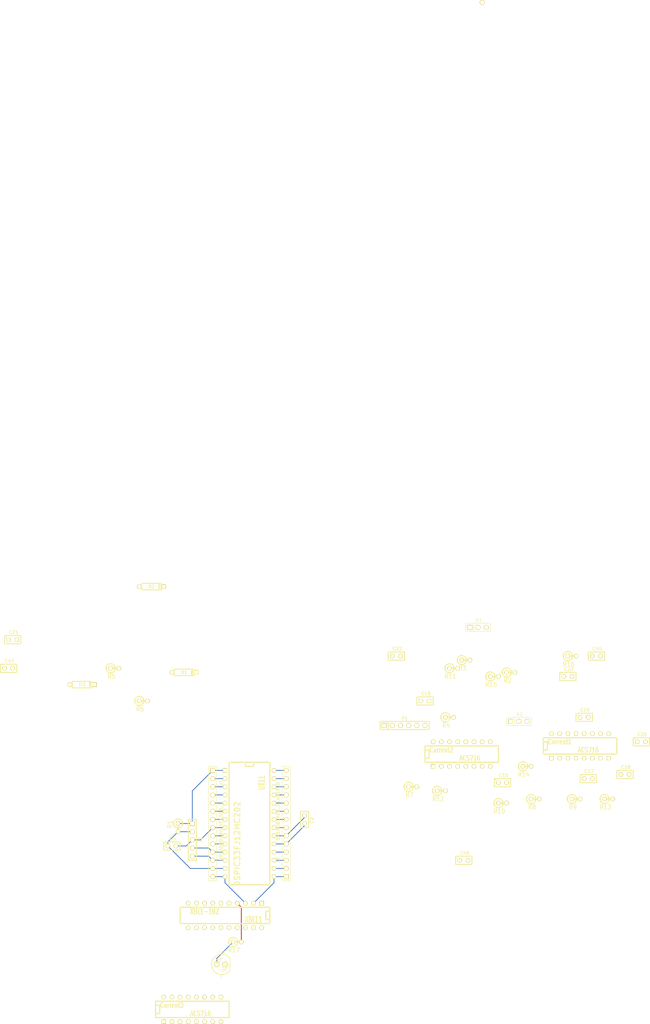
<source format=kicad_pcb>
(kicad_pcb (version 3) (host pcbnew "(2013-05-31 BZR 4019)-stable")

  (general
    (links 143)
    (no_connects 100)
    (area 0 0 0 0)
    (thickness 1.6)
    (drawings 0)
    (tracks 56)
    (zones 0)
    (modules 46)
    (nets 54)
  )

  (page A3)
  (layers
    (15 Top.Cu signal)
    (0 Bottom.Cu signal)
    (16 B.Adhes user)
    (17 F.Adhes user)
    (18 B.Paste user)
    (19 F.Paste user)
    (20 B.SilkS user)
    (21 F.SilkS user)
    (22 B.Mask user)
    (23 F.Mask user)
    (24 Dwgs.User user)
    (25 Cmts.User user)
    (26 Eco1.User user)
    (27 Eco2.User user)
    (28 Edge.Cuts user)
  )

  (setup
    (last_trace_width 0.254)
    (trace_clearance 0.254)
    (zone_clearance 0.508)
    (zone_45_only no)
    (trace_min 0.254)
    (segment_width 0.2)
    (edge_width 0.15)
    (via_size 0.889)
    (via_drill 0.635)
    (via_min_size 0.889)
    (via_min_drill 0.508)
    (uvia_size 0.508)
    (uvia_drill 0.127)
    (uvias_allowed no)
    (uvia_min_size 0.508)
    (uvia_min_drill 0.127)
    (pcb_text_width 0.3)
    (pcb_text_size 1.5 1.5)
    (mod_edge_width 0.15)
    (mod_text_size 1.5 1.5)
    (mod_text_width 0.15)
    (pad_size 1.397 1.397)
    (pad_drill 0.8128)
    (pad_to_mask_clearance 0.2)
    (aux_axis_origin 0 0)
    (visible_elements 7FFFFFFF)
    (pcbplotparams
      (layerselection 3178497)
      (usegerberextensions true)
      (excludeedgelayer true)
      (linewidth 0.100000)
      (plotframeref false)
      (viasonmask false)
      (mode 1)
      (useauxorigin false)
      (hpglpennumber 1)
      (hpglpenspeed 20)
      (hpglpendiameter 15)
      (hpglpenoverlay 2)
      (psnegative false)
      (psa4output false)
      (plotreference true)
      (plotvalue true)
      (plotothertext true)
      (plotinvisibletext false)
      (padsonsilk false)
      (subtractmaskfromsilk false)
      (outputformat 1)
      (mirror false)
      (drillshape 1)
      (scaleselection 1)
      (outputdirectory ""))
  )

  (net 0 "")
  (net 1 +48V)
  (net 2 +5V)
  (net 3 /MotorOut0)
  (net 4 /PGC)
  (net 5 /PGD)
  (net 6 /PMCLR)
  (net 7 /PVCAP)
  (net 8 /PVDD)
  (net 9 /PVSS)
  (net 10 GND)
  (net 11 N-000001)
  (net 12 N-0000010)
  (net 13 N-0000011)
  (net 14 N-0000012)
  (net 15 N-0000013)
  (net 16 N-0000014)
  (net 17 N-0000015)
  (net 18 N-0000016)
  (net 19 N-0000017)
  (net 20 N-0000018)
  (net 21 N-0000019)
  (net 22 N-000002)
  (net 23 N-0000020)
  (net 24 N-0000021)
  (net 25 N-0000022)
  (net 26 N-0000023)
  (net 27 N-0000024)
  (net 28 N-0000025)
  (net 29 N-0000026)
  (net 30 N-0000027)
  (net 31 N-0000028)
  (net 32 N-0000029)
  (net 33 N-000003)
  (net 34 N-0000030)
  (net 35 N-0000031)
  (net 36 N-0000032)
  (net 37 N-0000033)
  (net 38 N-0000034)
  (net 39 N-0000035)
  (net 40 N-0000036)
  (net 41 N-000005)
  (net 42 N-0000054)
  (net 43 N-000006)
  (net 44 N-0000061)
  (net 45 N-0000062)
  (net 46 N-0000063)
  (net 47 N-0000065)
  (net 48 N-0000066)
  (net 49 N-0000067)
  (net 50 N-0000069)
  (net 51 N-000007)
  (net 52 N-000008)
  (net 53 VCC)

  (net_class Default "This is the default net class."
    (clearance 0.254)
    (trace_width 0.254)
    (via_dia 0.889)
    (via_drill 0.635)
    (uvia_dia 0.508)
    (uvia_drill 0.127)
    (add_net "")
    (add_net +48V)
    (add_net +5V)
    (add_net /MotorOut0)
    (add_net /PGC)
    (add_net /PGD)
    (add_net /PMCLR)
    (add_net /PVCAP)
    (add_net /PVDD)
    (add_net /PVSS)
    (add_net GND)
    (add_net N-000001)
    (add_net N-0000010)
    (add_net N-0000011)
    (add_net N-0000012)
    (add_net N-0000013)
    (add_net N-0000014)
    (add_net N-0000015)
    (add_net N-0000016)
    (add_net N-0000017)
    (add_net N-0000018)
    (add_net N-0000019)
    (add_net N-000002)
    (add_net N-0000020)
    (add_net N-0000021)
    (add_net N-0000022)
    (add_net N-0000023)
    (add_net N-0000024)
    (add_net N-0000025)
    (add_net N-0000026)
    (add_net N-0000027)
    (add_net N-0000028)
    (add_net N-0000029)
    (add_net N-000003)
    (add_net N-0000030)
    (add_net N-0000031)
    (add_net N-0000032)
    (add_net N-0000033)
    (add_net N-0000034)
    (add_net N-0000035)
    (add_net N-0000036)
    (add_net N-000005)
    (add_net N-0000054)
    (add_net N-000006)
    (add_net N-0000061)
    (add_net N-0000062)
    (add_net N-0000063)
    (add_net N-0000065)
    (add_net N-0000066)
    (add_net N-0000067)
    (add_net N-0000069)
    (add_net N-000007)
    (add_net N-000008)
    (add_net VCC)
  )

  (module pin_array_13x2 (layer Top.Cu) (tedit 51D2FDE1) (tstamp 51D401FC)
    (at 172.72 105.41 90)
    (descr "2 x 13 pins connector")
    (tags CONN)
    (path /51CCB4BF)
    (fp_text reference J3 (at -7.62 -3.81 90) (layer F.SilkS)
      (effects (font (size 1.016 1.016) (thickness 0.2032)))
    )
    (fp_text value BREADBOARD_HEADER_R (at 7.62 -3.81 90) (layer F.SilkS)
      (effects (font (size 1.016 1.016) (thickness 0.2032)))
    )
    (fp_line (start -13.97 0) (end 21.59 0) (layer F.SilkS) (width 0.15))
    (fp_line (start 21.59 0) (end 21.59 -2.54) (layer F.SilkS) (width 0.15))
    (fp_line (start 21.59 -2.54) (end -13.97 -2.54) (layer F.SilkS) (width 0.15))
    (fp_line (start -13.97 -2.54) (end -13.97 0) (layer F.SilkS) (width 0.15))
    (pad 1 thru_hole rect (at -12.7 -1.27 90) (size 1.524 1.524) (drill 1.016)
      (layers *.Cu *.Mask F.SilkS)
      (net 19 N-0000017)
    )
    (pad 2 thru_hole circle (at -10.16 -1.27 90) (size 1.524 1.524) (drill 1.016)
      (layers *.Cu *.Mask F.SilkS)
      (net 49 N-0000067)
    )
    (pad 3 thru_hole circle (at -7.62 -1.27 90) (size 1.524 1.524) (drill 1.016)
      (layers *.Cu *.Mask F.SilkS)
      (net 44 N-0000061)
    )
    (pad 4 thru_hole circle (at -5.08 -1.27 90) (size 1.524 1.524) (drill 1.016)
      (layers *.Cu *.Mask F.SilkS)
      (net 24 N-0000021)
    )
    (pad 5 thru_hole circle (at -2.54 -1.27 90) (size 1.524 1.524) (drill 1.016)
      (layers *.Cu *.Mask F.SilkS)
      (net 9 /PVSS)
    )
    (pad 6 thru_hole circle (at 0 -1.27 90) (size 1.524 1.524) (drill 1.016)
      (layers *.Cu *.Mask F.SilkS)
      (net 7 /PVCAP)
    )
    (pad 7 thru_hole circle (at 2.54 -1.27 90) (size 1.524 1.524) (drill 1.016)
      (layers *.Cu *.Mask F.SilkS)
      (net 20 N-0000018)
    )
    (pad 8 thru_hole circle (at 259.08 59.69 90) (size 1.524 1.524) (drill 1.016)
      (layers *.Cu *.Mask F.SilkS)
      (net 21 N-0000019)
    )
    (pad 9 thru_hole circle (at 7.62 -1.27 90) (size 1.524 1.524) (drill 1.016)
      (layers *.Cu *.Mask F.SilkS)
      (net 23 N-0000020)
    )
    (pad 10 thru_hole circle (at 10.16 -1.27 90) (size 1.524 1.524) (drill 1.016)
      (layers *.Cu *.Mask F.SilkS)
      (net 13 N-0000011)
    )
    (pad 11 thru_hole circle (at 12.7 -1.27 90) (size 1.524 1.524) (drill 1.016)
      (layers *.Cu *.Mask F.SilkS)
      (net 14 N-0000012)
    )
    (pad 12 thru_hole circle (at 15.24 -1.27 90) (size 1.524 1.524) (drill 1.016)
      (layers *.Cu *.Mask F.SilkS)
      (net 15 N-0000013)
    )
    (pad 13 thru_hole circle (at 17.78 -1.27 90) (size 1.524 1.524) (drill 1.016)
      (layers *.Cu *.Mask F.SilkS)
      (net 16 N-0000014)
    )
    (pad 14 thru_hole circle (at 20.32 -1.27 90) (size 1.524 1.524) (drill 1.016)
      (layers *.Cu *.Mask F.SilkS)
      (net 17 N-0000015)
    )
    (pad 8 thru_hole circle (at 5.08 -1.27 90) (size 1.397 1.397) (drill 0.8128)
      (layers *.Cu *.Mask F.SilkS)
      (net 21 N-0000019)
    )
    (model pin_array/pins_array_13x2.wrl
      (at (xyz 0 0 0))
      (scale (xyz 1 1 1))
      (rotate (xyz 0 0 0))
    )
  )

  (module pin_array_13x2 (layer Top.Cu) (tedit 51D2FA17) (tstamp 51D3FF92)
    (at 147.32 96.52 270)
    (descr "2 x 13 pins connector")
    (tags CONN)
    (path /51CCB47A)
    (fp_text reference J1 (at -7.62 -3.81 270) (layer F.SilkS)
      (effects (font (size 1.016 1.016) (thickness 0.2032)))
    )
    (fp_text value BREADBOARD_HEADER_L (at 7.62 -3.81 270) (layer F.SilkS)
      (effects (font (size 1.016 1.016) (thickness 0.2032)))
    )
    (fp_line (start -12.7 -2.54) (end -12.7 0) (layer F.SilkS) (width 0.15))
    (fp_line (start -12.7 0) (end 22.86 0) (layer F.SilkS) (width 0.15))
    (fp_line (start 22.86 0) (end 22.86 -2.54) (layer F.SilkS) (width 0.15))
    (fp_line (start 22.86 -2.54) (end -12.7 -2.54) (layer F.SilkS) (width 0.15))
    (pad 1 thru_hole rect (at -11.43 -1.27 270) (size 1.524 1.524) (drill 1.016)
      (layers *.Cu *.Mask F.SilkS)
      (net 6 /PMCLR)
    )
    (pad 2 thru_hole circle (at -8.89 -1.27 270) (size 1.524 1.524) (drill 1.016)
      (layers *.Cu *.Mask F.SilkS)
      (net 11 N-000001)
    )
    (pad 3 thru_hole circle (at -6.35 -1.27 270) (size 1.524 1.524) (drill 1.016)
      (layers *.Cu *.Mask F.SilkS)
      (net 22 N-000002)
    )
    (pad 4 thru_hole circle (at -3.81 -1.27 270) (size 1.524 1.524) (drill 1.016)
      (layers *.Cu *.Mask F.SilkS)
      (net 33 N-000003)
    )
    (pad 5 thru_hole circle (at -1.27 -1.27 270) (size 1.524 1.524) (drill 1.016)
      (layers *.Cu *.Mask F.SilkS)
      (net 35 N-0000031)
    )
    (pad 6 thru_hole circle (at 1.27 -1.27 270) (size 1.524 1.524) (drill 1.016)
      (layers *.Cu *.Mask F.SilkS)
      (net 47 N-0000065)
    )
    (pad 7 thru_hole circle (at 3.81 -1.27 270) (size 1.524 1.524) (drill 1.016)
      (layers *.Cu *.Mask F.SilkS)
      (net 48 N-0000066)
    )
    (pad 8 thru_hole circle (at 6.35 -1.27 270) (size 1.524 1.524) (drill 1.016)
      (layers *.Cu *.Mask F.SilkS)
      (net 9 /PVSS)
    )
    (pad 9 thru_hole circle (at 8.89 -1.27 270) (size 1.524 1.524) (drill 1.016)
      (layers *.Cu *.Mask F.SilkS)
      (net 51 N-000007)
    )
    (pad 10 thru_hole circle (at 11.43 -1.27 270) (size 1.524 1.524) (drill 1.016)
      (layers *.Cu *.Mask F.SilkS)
      (net 43 N-000006)
    )
    (pad 11 thru_hole circle (at 13.97 -1.27 270) (size 1.524 1.524) (drill 1.016)
      (layers *.Cu *.Mask F.SilkS)
      (net 5 /PGD)
    )
    (pad 12 thru_hole circle (at 16.51 -1.27 270) (size 1.524 1.524) (drill 1.016)
      (layers *.Cu *.Mask F.SilkS)
      (net 4 /PGC)
    )
    (pad 13 thru_hole circle (at 19.05 -1.27 270) (size 1.524 1.524) (drill 1.016)
      (layers *.Cu *.Mask F.SilkS)
      (net 8 /PVDD)
    )
    (pad 14 thru_hole circle (at 21.59 -1.27 270) (size 1.524 1.524) (drill 1.016)
      (layers *.Cu *.Mask F.SilkS)
      (net 18 N-0000016)
    )
    (model pin_array/pins_array_13x2.wrl
      (at (xyz 0 0 0))
      (scale (xyz 1 1 1))
      (rotate (xyz 0 0 0))
    )
  )

  (module R1 (layer Top.Cu) (tedit 200000) (tstamp 51D2F0D7)
    (at 246.38 83.82)
    (descr "Resistance verticale")
    (tags R)
    (path /51CCBE4E)
    (autoplace_cost90 10)
    (autoplace_cost180 10)
    (fp_text reference R14 (at -1.016 2.54) (layer F.SilkS)
      (effects (font (size 1.397 1.27) (thickness 0.2032)))
    )
    (fp_text value 2.2K (at -1.143 2.54) (layer F.SilkS) hide
      (effects (font (size 1.397 1.27) (thickness 0.2032)))
    )
    (fp_line (start -1.27 0) (end 1.27 0) (layer F.SilkS) (width 0.381))
    (fp_circle (center -1.27 0) (end -0.635 1.27) (layer F.SilkS) (width 0.381))
    (pad 1 thru_hole circle (at -1.27 0) (size 1.397 1.397) (drill 0.8128)
      (layers *.Cu *.Mask F.SilkS)
      (net 49 N-0000067)
    )
    (pad 2 thru_hole circle (at 1.27 0) (size 1.397 1.397) (drill 0.8128)
      (layers *.Cu *.Mask F.SilkS)
      (net 2 +5V)
    )
    (model discret/verti_resistor.wrl
      (at (xyz 0 0 0))
      (scale (xyz 1 1 1))
      (rotate (xyz 0 0 0))
    )
  )

  (module R1 (layer Top.Cu) (tedit 200000) (tstamp 51D2F0DF)
    (at 219.71 91.44)
    (descr "Resistance verticale")
    (tags R)
    (path /51CDE00D)
    (autoplace_cost90 10)
    (autoplace_cost180 10)
    (fp_text reference R12 (at -1.016 2.54) (layer F.SilkS)
      (effects (font (size 1.397 1.27) (thickness 0.2032)))
    )
    (fp_text value 330 (at -1.143 2.54) (layer F.SilkS) hide
      (effects (font (size 1.397 1.27) (thickness 0.2032)))
    )
    (fp_line (start -1.27 0) (end 1.27 0) (layer F.SilkS) (width 0.381))
    (fp_circle (center -1.27 0) (end -0.635 1.27) (layer F.SilkS) (width 0.381))
    (pad 1 thru_hole circle (at -1.27 0) (size 1.397 1.397) (drill 0.8128)
      (layers *.Cu *.Mask F.SilkS)
      (net 53 VCC)
    )
    (pad 2 thru_hole circle (at 1.27 0) (size 1.397 1.397) (drill 0.8128)
      (layers *.Cu *.Mask F.SilkS)
      (net 26 N-0000023)
    )
    (model discret/verti_resistor.wrl
      (at (xyz 0 0 0))
      (scale (xyz 1 1 1))
      (rotate (xyz 0 0 0))
    )
  )

  (module R1 (layer Top.Cu) (tedit 200000) (tstamp 51D2F0E7)
    (at 210.82 90.17)
    (descr "Resistance verticale")
    (tags R)
    (path /51CDE020)
    (autoplace_cost90 10)
    (autoplace_cost180 10)
    (fp_text reference R7 (at -1.016 2.54) (layer F.SilkS)
      (effects (font (size 1.397 1.27) (thickness 0.2032)))
    )
    (fp_text value DNI (at -1.143 2.54) (layer F.SilkS) hide
      (effects (font (size 1.397 1.27) (thickness 0.2032)))
    )
    (fp_line (start -1.27 0) (end 1.27 0) (layer F.SilkS) (width 0.381))
    (fp_circle (center -1.27 0) (end -0.635 1.27) (layer F.SilkS) (width 0.381))
    (pad 1 thru_hole circle (at -1.27 0) (size 1.397 1.397) (drill 0.8128)
      (layers *.Cu *.Mask F.SilkS)
      (net 53 VCC)
    )
    (pad 2 thru_hole circle (at 1.27 0) (size 1.397 1.397) (drill 0.8128)
      (layers *.Cu *.Mask F.SilkS)
      (net 25 N-0000022)
    )
    (model discret/verti_resistor.wrl
      (at (xyz 0 0 0))
      (scale (xyz 1 1 1))
      (rotate (xyz 0 0 0))
    )
  )

  (module R1 (layer Top.Cu) (tedit 200000) (tstamp 51D2F0EF)
    (at 248.92 93.98)
    (descr "Resistance verticale")
    (tags R)
    (path /51CDE026)
    (autoplace_cost90 10)
    (autoplace_cost180 10)
    (fp_text reference R8 (at -1.016 2.54) (layer F.SilkS)
      (effects (font (size 1.397 1.27) (thickness 0.2032)))
    )
    (fp_text value DNI (at -1.143 2.54) (layer F.SilkS) hide
      (effects (font (size 1.397 1.27) (thickness 0.2032)))
    )
    (fp_line (start -1.27 0) (end 1.27 0) (layer F.SilkS) (width 0.381))
    (fp_circle (center -1.27 0) (end -0.635 1.27) (layer F.SilkS) (width 0.381))
    (pad 1 thru_hole circle (at -1.27 0) (size 1.397 1.397) (drill 0.8128)
      (layers *.Cu *.Mask F.SilkS)
      (net 10 GND)
    )
    (pad 2 thru_hole circle (at 1.27 0) (size 1.397 1.397) (drill 0.8128)
      (layers *.Cu *.Mask F.SilkS)
      (net 25 N-0000022)
    )
    (model discret/verti_resistor.wrl
      (at (xyz 0 0 0))
      (scale (xyz 1 1 1))
      (rotate (xyz 0 0 0))
    )
  )

  (module R1 (layer Top.Cu) (tedit 200000) (tstamp 51D2F0F7)
    (at 238.76 95.25)
    (descr "Resistance verticale")
    (tags R)
    (path /51CDDE47)
    (autoplace_cost90 10)
    (autoplace_cost180 10)
    (fp_text reference R10 (at -1.016 2.54) (layer F.SilkS)
      (effects (font (size 1.397 1.27) (thickness 0.2032)))
    )
    (fp_text value DNI (at -1.143 2.54) (layer F.SilkS) hide
      (effects (font (size 1.397 1.27) (thickness 0.2032)))
    )
    (fp_line (start -1.27 0) (end 1.27 0) (layer F.SilkS) (width 0.381))
    (fp_circle (center -1.27 0) (end -0.635 1.27) (layer F.SilkS) (width 0.381))
    (pad 1 thru_hole circle (at -1.27 0) (size 1.397 1.397) (drill 0.8128)
      (layers *.Cu *.Mask F.SilkS)
      (net 10 GND)
    )
    (pad 2 thru_hole circle (at 1.27 0) (size 1.397 1.397) (drill 0.8128)
      (layers *.Cu *.Mask F.SilkS)
      (net 50 N-0000069)
    )
    (model discret/verti_resistor.wrl
      (at (xyz 0 0 0))
      (scale (xyz 1 1 1))
      (rotate (xyz 0 0 0))
    )
  )

  (module R1 (layer Top.Cu) (tedit 200000) (tstamp 51D2F0FF)
    (at 261.62 93.98)
    (descr "Resistance verticale")
    (tags R)
    (path /51CDDE41)
    (autoplace_cost90 10)
    (autoplace_cost180 10)
    (fp_text reference R9 (at -1.016 2.54) (layer F.SilkS)
      (effects (font (size 1.397 1.27) (thickness 0.2032)))
    )
    (fp_text value DNI (at -1.143 2.54) (layer F.SilkS) hide
      (effects (font (size 1.397 1.27) (thickness 0.2032)))
    )
    (fp_line (start -1.27 0) (end 1.27 0) (layer F.SilkS) (width 0.381))
    (fp_circle (center -1.27 0) (end -0.635 1.27) (layer F.SilkS) (width 0.381))
    (pad 1 thru_hole circle (at -1.27 0) (size 1.397 1.397) (drill 0.8128)
      (layers *.Cu *.Mask F.SilkS)
      (net 53 VCC)
    )
    (pad 2 thru_hole circle (at 1.27 0) (size 1.397 1.397) (drill 0.8128)
      (layers *.Cu *.Mask F.SilkS)
      (net 50 N-0000069)
    )
    (model discret/verti_resistor.wrl
      (at (xyz 0 0 0))
      (scale (xyz 1 1 1))
      (rotate (xyz 0 0 0))
    )
  )

  (module R1 (layer Top.Cu) (tedit 200000) (tstamp 51D2F107)
    (at 271.78 93.98)
    (descr "Resistance verticale")
    (tags R)
    (path /51CDDE2E)
    (autoplace_cost90 10)
    (autoplace_cost180 10)
    (fp_text reference R13 (at -1.016 2.54) (layer F.SilkS)
      (effects (font (size 1.397 1.27) (thickness 0.2032)))
    )
    (fp_text value 330 (at -1.143 2.54) (layer F.SilkS) hide
      (effects (font (size 1.397 1.27) (thickness 0.2032)))
    )
    (fp_line (start -1.27 0) (end 1.27 0) (layer F.SilkS) (width 0.381))
    (fp_circle (center -1.27 0) (end -0.635 1.27) (layer F.SilkS) (width 0.381))
    (pad 1 thru_hole circle (at -1.27 0) (size 1.397 1.397) (drill 0.8128)
      (layers *.Cu *.Mask F.SilkS)
      (net 53 VCC)
    )
    (pad 2 thru_hole circle (at 1.27 0) (size 1.397 1.397) (drill 0.8128)
      (layers *.Cu *.Mask F.SilkS)
      (net 34 N-0000030)
    )
    (model discret/verti_resistor.wrl
      (at (xyz 0 0 0))
      (scale (xyz 1 1 1))
      (rotate (xyz 0 0 0))
    )
  )

  (module R1 (layer Top.Cu) (tedit 200000) (tstamp 51D2F10F)
    (at 127 63.5)
    (descr "Resistance verticale")
    (tags R)
    (path /51CDDAA3)
    (autoplace_cost90 10)
    (autoplace_cost180 10)
    (fp_text reference R6 (at -1.016 2.54) (layer F.SilkS)
      (effects (font (size 1.397 1.27) (thickness 0.2032)))
    )
    (fp_text value DNI (at -1.143 2.54) (layer F.SilkS) hide
      (effects (font (size 1.397 1.27) (thickness 0.2032)))
    )
    (fp_line (start -1.27 0) (end 1.27 0) (layer F.SilkS) (width 0.381))
    (fp_circle (center -1.27 0) (end -0.635 1.27) (layer F.SilkS) (width 0.381))
    (pad 1 thru_hole circle (at -1.27 0) (size 1.397 1.397) (drill 0.8128)
      (layers *.Cu *.Mask F.SilkS)
      (net 10 GND)
    )
    (pad 2 thru_hole circle (at 1.27 0) (size 1.397 1.397) (drill 0.8128)
      (layers *.Cu *.Mask F.SilkS)
      (net 39 N-0000035)
    )
    (model discret/verti_resistor.wrl
      (at (xyz 0 0 0))
      (scale (xyz 1 1 1))
      (rotate (xyz 0 0 0))
    )
  )

  (module R1 (layer Top.Cu) (tedit 200000) (tstamp 51D2F117)
    (at 118.11 53.34)
    (descr "Resistance verticale")
    (tags R)
    (path /51CDDA91)
    (autoplace_cost90 10)
    (autoplace_cost180 10)
    (fp_text reference R5 (at -1.016 2.54) (layer F.SilkS)
      (effects (font (size 1.397 1.27) (thickness 0.2032)))
    )
    (fp_text value DNI (at -1.143 2.54) (layer F.SilkS) hide
      (effects (font (size 1.397 1.27) (thickness 0.2032)))
    )
    (fp_line (start -1.27 0) (end 1.27 0) (layer F.SilkS) (width 0.381))
    (fp_circle (center -1.27 0) (end -0.635 1.27) (layer F.SilkS) (width 0.381))
    (pad 1 thru_hole circle (at -1.27 0) (size 1.397 1.397) (drill 0.8128)
      (layers *.Cu *.Mask F.SilkS)
      (net 53 VCC)
    )
    (pad 2 thru_hole circle (at 1.27 0) (size 1.397 1.397) (drill 0.8128)
      (layers *.Cu *.Mask F.SilkS)
      (net 39 N-0000035)
    )
    (model discret/verti_resistor.wrl
      (at (xyz 0 0 0))
      (scale (xyz 1 1 1))
      (rotate (xyz 0 0 0))
    )
  )

  (module R1 (layer Top.Cu) (tedit 200000) (tstamp 51D2F11F)
    (at 223.52 53.34)
    (descr "Resistance verticale")
    (tags R)
    (path /51CDD65F)
    (autoplace_cost90 10)
    (autoplace_cost180 10)
    (fp_text reference R11 (at -1.016 2.54) (layer F.SilkS)
      (effects (font (size 1.397 1.27) (thickness 0.2032)))
    )
    (fp_text value 330 (at -1.143 2.54) (layer F.SilkS) hide
      (effects (font (size 1.397 1.27) (thickness 0.2032)))
    )
    (fp_line (start -1.27 0) (end 1.27 0) (layer F.SilkS) (width 0.381))
    (fp_circle (center -1.27 0) (end -0.635 1.27) (layer F.SilkS) (width 0.381))
    (pad 1 thru_hole circle (at -1.27 0) (size 1.397 1.397) (drill 0.8128)
      (layers *.Cu *.Mask F.SilkS)
      (net 53 VCC)
    )
    (pad 2 thru_hole circle (at 1.27 0) (size 1.397 1.397) (drill 0.8128)
      (layers *.Cu *.Mask F.SilkS)
      (net 30 N-0000027)
    )
    (model discret/verti_resistor.wrl
      (at (xyz 0 0 0))
      (scale (xyz 1 1 1))
      (rotate (xyz 0 0 0))
    )
  )

  (module R1 (layer Top.Cu) (tedit 200000) (tstamp 51D2F127)
    (at 241.3 54.61)
    (descr "Resistance verticale")
    (tags R)
    (path /51D1A660)
    (autoplace_cost90 10)
    (autoplace_cost180 10)
    (fp_text reference R2 (at -1.016 2.54) (layer F.SilkS)
      (effects (font (size 1.397 1.27) (thickness 0.2032)))
    )
    (fp_text value R (at -1.143 2.54) (layer F.SilkS) hide
      (effects (font (size 1.397 1.27) (thickness 0.2032)))
    )
    (fp_line (start -1.27 0) (end 1.27 0) (layer F.SilkS) (width 0.381))
    (fp_circle (center -1.27 0) (end -0.635 1.27) (layer F.SilkS) (width 0.381))
    (pad 1 thru_hole circle (at -1.27 0) (size 1.397 1.397) (drill 0.8128)
      (layers *.Cu *.Mask F.SilkS)
      (net 1 +48V)
    )
    (pad 2 thru_hole circle (at 1.27 0) (size 1.397 1.397) (drill 0.8128)
      (layers *.Cu *.Mask F.SilkS)
      (net 45 N-0000062)
    )
    (model discret/verti_resistor.wrl
      (at (xyz 0 0 0))
      (scale (xyz 1 1 1))
      (rotate (xyz 0 0 0))
    )
  )

  (module R1 (layer Top.Cu) (tedit 200000) (tstamp 51D2F12F)
    (at 227.33 50.8)
    (descr "Resistance verticale")
    (tags R)
    (path /51D1A680)
    (autoplace_cost90 10)
    (autoplace_cost180 10)
    (fp_text reference R3 (at -1.016 2.54) (layer F.SilkS)
      (effects (font (size 1.397 1.27) (thickness 0.2032)))
    )
    (fp_text value R (at -1.143 2.54) (layer F.SilkS) hide
      (effects (font (size 1.397 1.27) (thickness 0.2032)))
    )
    (fp_line (start -1.27 0) (end 1.27 0) (layer F.SilkS) (width 0.381))
    (fp_circle (center -1.27 0) (end -0.635 1.27) (layer F.SilkS) (width 0.381))
    (pad 1 thru_hole circle (at -1.27 0) (size 1.397 1.397) (drill 0.8128)
      (layers *.Cu *.Mask F.SilkS)
      (net 1 +48V)
    )
    (pad 2 thru_hole circle (at 1.27 0) (size 1.397 1.397) (drill 0.8128)
      (layers *.Cu *.Mask F.SilkS)
      (net 46 N-0000063)
    )
    (model discret/verti_resistor.wrl
      (at (xyz 0 0 0))
      (scale (xyz 1 1 1))
      (rotate (xyz 0 0 0))
    )
  )

  (module R1 (layer Top.Cu) (tedit 200000) (tstamp 51D2F137)
    (at 236.22 55.88)
    (descr "Resistance verticale")
    (tags R)
    (path /51CCBE48)
    (autoplace_cost90 10)
    (autoplace_cost180 10)
    (fp_text reference R15 (at -1.016 2.54) (layer F.SilkS)
      (effects (font (size 1.397 1.27) (thickness 0.2032)))
    )
    (fp_text value 2.2K (at -1.143 2.54) (layer F.SilkS) hide
      (effects (font (size 1.397 1.27) (thickness 0.2032)))
    )
    (fp_line (start -1.27 0) (end 1.27 0) (layer F.SilkS) (width 0.381))
    (fp_circle (center -1.27 0) (end -0.635 1.27) (layer F.SilkS) (width 0.381))
    (pad 1 thru_hole circle (at -1.27 0) (size 1.397 1.397) (drill 0.8128)
      (layers *.Cu *.Mask F.SilkS)
      (net 44 N-0000061)
    )
    (pad 2 thru_hole circle (at 1.27 0) (size 1.397 1.397) (drill 0.8128)
      (layers *.Cu *.Mask F.SilkS)
      (net 2 +5V)
    )
    (model discret/verti_resistor.wrl
      (at (xyz 0 0 0))
      (scale (xyz 1 1 1))
      (rotate (xyz 0 0 0))
    )
  )

  (module R1 (layer Top.Cu) (tedit 200000) (tstamp 51D2F13F)
    (at 260.35 49.53)
    (descr "Resistance verticale")
    (tags R)
    (path /51CCBD9A)
    (autoplace_cost90 10)
    (autoplace_cost180 10)
    (fp_text reference R16 (at -1.016 2.54) (layer F.SilkS)
      (effects (font (size 1.397 1.27) (thickness 0.2032)))
    )
    (fp_text value 2.2K (at -1.143 2.54) (layer F.SilkS) hide
      (effects (font (size 1.397 1.27) (thickness 0.2032)))
    )
    (fp_line (start -1.27 0) (end 1.27 0) (layer F.SilkS) (width 0.381))
    (fp_circle (center -1.27 0) (end -0.635 1.27) (layer F.SilkS) (width 0.381))
    (pad 1 thru_hole circle (at -1.27 0) (size 1.397 1.397) (drill 0.8128)
      (layers *.Cu *.Mask F.SilkS)
      (net 2 +5V)
    )
    (pad 2 thru_hole circle (at 1.27 0) (size 1.397 1.397) (drill 0.8128)
      (layers *.Cu *.Mask F.SilkS)
      (net 24 N-0000021)
    )
    (model discret/verti_resistor.wrl
      (at (xyz 0 0 0))
      (scale (xyz 1 1 1))
      (rotate (xyz 0 0 0))
    )
  )

  (module R1 (layer Top.Cu) (tedit 200000) (tstamp 51D2F147)
    (at 222.25 68.58)
    (descr "Resistance verticale")
    (tags R)
    (path /51CCBB12)
    (autoplace_cost90 10)
    (autoplace_cost180 10)
    (fp_text reference R4 (at -1.016 2.54) (layer F.SilkS)
      (effects (font (size 1.397 1.27) (thickness 0.2032)))
    )
    (fp_text value 168.3 (at -1.143 2.54) (layer F.SilkS) hide
      (effects (font (size 1.397 1.27) (thickness 0.2032)))
    )
    (fp_line (start -1.27 0) (end 1.27 0) (layer F.SilkS) (width 0.381))
    (fp_circle (center -1.27 0) (end -0.635 1.27) (layer F.SilkS) (width 0.381))
    (pad 1 thru_hole circle (at -1.27 0) (size 1.397 1.397) (drill 0.8128)
      (layers *.Cu *.Mask F.SilkS)
      (net 1 +48V)
    )
    (pad 2 thru_hole circle (at 1.27 0) (size 1.397 1.397) (drill 0.8128)
      (layers *.Cu *.Mask F.SilkS)
      (net 42 N-0000054)
    )
    (model discret/verti_resistor.wrl
      (at (xyz 0 0 0))
      (scale (xyz 1 1 1))
      (rotate (xyz 0 0 0))
    )
  )

  (module R1 (layer Top.Cu) (tedit 200000) (tstamp 51D2F14F)
    (at 137.795 102.87 270)
    (descr "Resistance verticale")
    (tags R)
    (path /51CC8C1E)
    (autoplace_cost90 10)
    (autoplace_cost180 10)
    (fp_text reference R1 (at -1.016 2.54 270) (layer F.SilkS)
      (effects (font (size 1.397 1.27) (thickness 0.2032)))
    )
    (fp_text value 2.2k (at -1.143 2.54 270) (layer F.SilkS) hide
      (effects (font (size 1.397 1.27) (thickness 0.2032)))
    )
    (fp_line (start -1.27 0) (end 1.27 0) (layer F.SilkS) (width 0.381))
    (fp_circle (center -1.27 0) (end -0.635 1.27) (layer F.SilkS) (width 0.381))
    (pad 1 thru_hole circle (at -1.27 0 270) (size 1.397 1.397) (drill 0.8128)
      (layers *.Cu *.Mask F.SilkS)
      (net 6 /PMCLR)
    )
    (pad 2 thru_hole circle (at 1.27 0 270) (size 1.397 1.397) (drill 0.8128)
      (layers *.Cu *.Mask F.SilkS)
      (net 8 /PVDD)
    )
    (model discret/verti_resistor.wrl
      (at (xyz 0 0 0))
      (scale (xyz 1 1 1))
      (rotate (xyz 0 0 0))
    )
  )

  (module R1 (layer Top.Cu) (tedit 200000) (tstamp 51D2F157)
    (at 156.21 138.43)
    (descr "Resistance verticale")
    (tags R)
    (path /51CCB864)
    (autoplace_cost90 10)
    (autoplace_cost180 10)
    (fp_text reference R17 (at -1.016 2.54) (layer F.SilkS)
      (effects (font (size 1.397 1.27) (thickness 0.2032)))
    )
    (fp_text value R (at -1.143 2.54) (layer F.SilkS) hide
      (effects (font (size 1.397 1.27) (thickness 0.2032)))
    )
    (fp_line (start -1.27 0) (end 1.27 0) (layer F.SilkS) (width 0.381))
    (fp_circle (center -1.27 0) (end -0.635 1.27) (layer F.SilkS) (width 0.381))
    (pad 1 thru_hole circle (at -1.27 0) (size 1.397 1.397) (drill 0.8128)
      (layers *.Cu *.Mask F.SilkS)
      (net 12 N-0000010)
    )
    (pad 2 thru_hole circle (at 1.27 0) (size 1.397 1.397) (drill 0.8128)
      (layers *.Cu *.Mask F.SilkS)
      (net 41 N-000005)
    )
    (model discret/verti_resistor.wrl
      (at (xyz 0 0 0))
      (scale (xyz 1 1 1))
      (rotate (xyz 0 0 0))
    )
  )

  (module PIN_ARRAY_5x1 (layer Top.Cu) (tedit 45976D86) (tstamp 51D2F164)
    (at 142.24 106.68 270)
    (descr "Double rangee de contacts 2 x 5 pins")
    (tags CONN)
    (path /51CC8D4F)
    (fp_text reference J2 (at 0 -2.54 270) (layer F.SilkS)
      (effects (font (size 1.016 1.016) (thickness 0.2032)))
    )
    (fp_text value JP5 (at 0 2.54 270) (layer F.SilkS) hide
      (effects (font (size 1.016 1.016) (thickness 0.2032)))
    )
    (fp_line (start -6.35 -1.27) (end -6.35 1.27) (layer F.SilkS) (width 0.3048))
    (fp_line (start 6.35 1.27) (end 6.35 -1.27) (layer F.SilkS) (width 0.3048))
    (fp_line (start -6.35 -1.27) (end 6.35 -1.27) (layer F.SilkS) (width 0.3048))
    (fp_line (start 6.35 1.27) (end -6.35 1.27) (layer F.SilkS) (width 0.3048))
    (pad 1 thru_hole rect (at -5.08 0 270) (size 1.524 1.524) (drill 1.016)
      (layers *.Cu *.Mask F.SilkS)
      (net 6 /PMCLR)
    )
    (pad 2 thru_hole circle (at -2.54 0 270) (size 1.524 1.524) (drill 1.016)
      (layers *.Cu *.Mask F.SilkS)
      (net 8 /PVDD)
    )
    (pad 3 thru_hole circle (at 0 0 270) (size 1.524 1.524) (drill 1.016)
      (layers *.Cu *.Mask F.SilkS)
      (net 9 /PVSS)
    )
    (pad 4 thru_hole circle (at 2.54 0 270) (size 1.524 1.524) (drill 1.016)
      (layers *.Cu *.Mask F.SilkS)
      (net 5 /PGD)
    )
    (pad 5 thru_hole circle (at 5.08 0 270) (size 1.524 1.524) (drill 1.016)
      (layers *.Cu *.Mask F.SilkS)
      (net 4 /PGC)
    )
    (model pin_array/pins_array_5x1.wrl
      (at (xyz 0 0 0))
      (scale (xyz 1 1 1))
      (rotate (xyz 0 0 0))
    )
  )

  (module PIN_ARRAY_3X1 (layer Top.Cu) (tedit 4C1130E0) (tstamp 51D2F170)
    (at 231.14 40.64)
    (descr "Connecteur 3 pins")
    (tags "CONN DEV")
    (path /51CDB3C0)
    (fp_text reference K1 (at 0.254 -2.159) (layer F.SilkS)
      (effects (font (size 1.016 1.016) (thickness 0.1524)))
    )
    (fp_text value CONN_3 (at 0 -2.159) (layer F.SilkS) hide
      (effects (font (size 1.016 1.016) (thickness 0.1524)))
    )
    (fp_line (start -3.81 1.27) (end -3.81 -1.27) (layer F.SilkS) (width 0.1524))
    (fp_line (start -3.81 -1.27) (end 3.81 -1.27) (layer F.SilkS) (width 0.1524))
    (fp_line (start 3.81 -1.27) (end 3.81 1.27) (layer F.SilkS) (width 0.1524))
    (fp_line (start 3.81 1.27) (end -3.81 1.27) (layer F.SilkS) (width 0.1524))
    (fp_line (start -1.27 -1.27) (end -1.27 1.27) (layer F.SilkS) (width 0.1524))
    (pad 1 thru_hole rect (at -2.54 0) (size 1.524 1.524) (drill 1.016)
      (layers *.Cu *.Mask F.SilkS)
      (net 52 N-000008)
    )
    (pad 2 thru_hole circle (at 0 0) (size 1.524 1.524) (drill 1.016)
      (layers *.Cu *.Mask F.SilkS)
      (net 31 N-0000028)
    )
    (pad 3 thru_hole circle (at 2.54 0) (size 1.524 1.524) (drill 1.016)
      (layers *.Cu *.Mask F.SilkS)
      (net 32 N-0000029)
    )
    (model pin_array/pins_array_3x1.wrl
      (at (xyz 0 0 0))
      (scale (xyz 1 1 1))
      (rotate (xyz 0 0 0))
    )
  )

  (module PIN_ARRAY_3X1 (layer Top.Cu) (tedit 4C1130E0) (tstamp 51D2F17C)
    (at 243.84 69.85)
    (descr "Connecteur 3 pins")
    (tags "CONN DEV")
    (path /51CDCC83)
    (fp_text reference K2 (at 0.254 -2.159) (layer F.SilkS)
      (effects (font (size 1.016 1.016) (thickness 0.1524)))
    )
    (fp_text value CONN_3 (at 0 -2.159) (layer F.SilkS) hide
      (effects (font (size 1.016 1.016) (thickness 0.1524)))
    )
    (fp_line (start -3.81 1.27) (end -3.81 -1.27) (layer F.SilkS) (width 0.1524))
    (fp_line (start -3.81 -1.27) (end 3.81 -1.27) (layer F.SilkS) (width 0.1524))
    (fp_line (start 3.81 -1.27) (end 3.81 1.27) (layer F.SilkS) (width 0.1524))
    (fp_line (start 3.81 1.27) (end -3.81 1.27) (layer F.SilkS) (width 0.1524))
    (fp_line (start -1.27 -1.27) (end -1.27 1.27) (layer F.SilkS) (width 0.1524))
    (pad 1 thru_hole rect (at -2.54 0) (size 1.524 1.524) (drill 1.016)
      (layers *.Cu *.Mask F.SilkS)
      (net 53 VCC)
    )
    (pad 2 thru_hole circle (at 0 0) (size 1.524 1.524) (drill 1.016)
      (layers *.Cu *.Mask F.SilkS)
      (net 27 N-0000024)
    )
    (pad 3 thru_hole circle (at 2.54 0) (size 1.524 1.524) (drill 1.016)
      (layers *.Cu *.Mask F.SilkS)
      (net 10 GND)
    )
    (model pin_array/pins_array_3x1.wrl
      (at (xyz 0 0 0))
      (scale (xyz 1 1 1))
      (rotate (xyz 0 0 0))
    )
  )

  (module PIN_ARRAY-6X1 (layer Top.Cu) (tedit 41402119) (tstamp 51D2F1CF)
    (at 208.28 71.12)
    (descr "Connecteur 6 pins")
    (tags "CONN DEV")
    (path /51CCBD1B)
    (fp_text reference P1 (at 0 -2.159) (layer F.SilkS)
      (effects (font (size 1.016 1.016) (thickness 0.2032)))
    )
    (fp_text value CONN_6 (at 0 2.159) (layer F.SilkS) hide
      (effects (font (size 1.016 0.889) (thickness 0.2032)))
    )
    (fp_line (start -7.62 1.27) (end -7.62 -1.27) (layer F.SilkS) (width 0.3048))
    (fp_line (start -7.62 -1.27) (end 7.62 -1.27) (layer F.SilkS) (width 0.3048))
    (fp_line (start 7.62 -1.27) (end 7.62 1.27) (layer F.SilkS) (width 0.3048))
    (fp_line (start 7.62 1.27) (end -7.62 1.27) (layer F.SilkS) (width 0.3048))
    (fp_line (start -5.08 1.27) (end -5.08 -1.27) (layer F.SilkS) (width 0.3048))
    (pad 1 thru_hole rect (at -6.35 0) (size 1.524 1.524) (drill 1.016)
      (layers *.Cu *.Mask F.SilkS)
      (net 24 N-0000021)
    )
    (pad 2 thru_hole circle (at -3.81 0) (size 1.524 1.524) (drill 1.016)
      (layers *.Cu *.Mask F.SilkS)
      (net 44 N-0000061)
    )
    (pad 3 thru_hole circle (at -1.27 0) (size 1.524 1.524) (drill 1.016)
      (layers *.Cu *.Mask F.SilkS)
      (net 49 N-0000067)
    )
    (pad 4 thru_hole circle (at 1.27 0) (size 1.524 1.524) (drill 1.016)
      (layers *.Cu *.Mask F.SilkS)
      (net 10 GND)
    )
    (pad 5 thru_hole circle (at 3.81 0) (size 1.524 1.524) (drill 1.016)
      (layers *.Cu *.Mask F.SilkS)
      (net 2 +5V)
    )
    (pad 6 thru_hole circle (at 6.35 0) (size 1.524 1.524) (drill 1.016)
      (layers *.Cu *.Mask F.SilkS)
    )
    (model pin_array/pins_array_6x1.wrl
      (at (xyz 0 0 0))
      (scale (xyz 1 1 1))
      (rotate (xyz 0 0 0))
    )
  )

  (module LED-5MM (layer Top.Cu) (tedit 50ADE86B) (tstamp 51D2F1DE)
    (at 151.13 145.415)
    (descr "LED 5mm - Lead pitch 100mil (2,54mm)")
    (tags "LED led 5mm 5MM 100mil 2,54mm")
    (path /51CCB8A8)
    (fp_text reference LED1 (at 0 -3.81) (layer F.SilkS)
      (effects (font (size 0.762 0.762) (thickness 0.0889)))
    )
    (fp_text value D (at 0 3.81) (layer F.SilkS)
      (effects (font (size 0.762 0.762) (thickness 0.0889)))
    )
    (fp_line (start 2.8448 1.905) (end 2.8448 -1.905) (layer F.SilkS) (width 0.2032))
    (fp_circle (center 0.254 0) (end -1.016 1.27) (layer F.SilkS) (width 0.0762))
    (fp_arc (start 0.254 0) (end 2.794 1.905) (angle 286.2) (layer F.SilkS) (width 0.254))
    (fp_arc (start 0.254 0) (end -0.889 0) (angle 90) (layer F.SilkS) (width 0.1524))
    (fp_arc (start 0.254 0) (end 1.397 0) (angle 90) (layer F.SilkS) (width 0.1524))
    (fp_arc (start 0.254 0) (end -1.397 0) (angle 90) (layer F.SilkS) (width 0.1524))
    (fp_arc (start 0.254 0) (end 1.905 0) (angle 90) (layer F.SilkS) (width 0.1524))
    (fp_arc (start 0.254 0) (end -1.905 0) (angle 90) (layer F.SilkS) (width 0.1524))
    (fp_arc (start 0.254 0) (end 2.413 0) (angle 90) (layer F.SilkS) (width 0.1524))
    (pad 1 thru_hole circle (at -1.27 0) (size 1.6764 1.6764) (drill 0.8128)
      (layers *.Cu *.Mask F.SilkS)
      (net 12 N-0000010)
    )
    (pad 2 thru_hole circle (at 1.27 0) (size 1.6764 1.6764) (drill 0.8128)
      (layers *.Cu *.Mask F.SilkS)
      (net 10 GND)
    )
    (model discret/leds/led5_vertical_verde.wrl
      (at (xyz 0 0 0))
      (scale (xyz 1 1 1))
      (rotate (xyz 0 0 0))
    )
  )

  (module DIP-28__600 (layer Top.Cu) (tedit 200000) (tstamp 51D2F206)
    (at 160.02 101.6 270)
    (descr "Module Dil 28 pins, pads ronds, e=600 mils")
    (tags DIL)
    (path /51CCB090)
    (fp_text reference U$11 (at -12.7 -3.81 270) (layer F.SilkS)
      (effects (font (size 1.778 1.143) (thickness 0.3048)))
    )
    (fp_text value DSPIC33FJ12MC202 (at 6.35 3.81 270) (layer F.SilkS)
      (effects (font (size 1.778 1.778) (thickness 0.3048)))
    )
    (fp_line (start -19.05 -1.27) (end -19.05 -1.27) (layer F.SilkS) (width 0.381))
    (fp_line (start -19.05 -1.27) (end -17.78 -1.27) (layer F.SilkS) (width 0.381))
    (fp_line (start -17.78 -1.27) (end -17.78 1.27) (layer F.SilkS) (width 0.381))
    (fp_line (start -17.78 1.27) (end -19.05 1.27) (layer F.SilkS) (width 0.381))
    (fp_line (start -19.05 -6.35) (end 19.05 -6.35) (layer F.SilkS) (width 0.381))
    (fp_line (start 19.05 -6.35) (end 19.05 6.35) (layer F.SilkS) (width 0.381))
    (fp_line (start 19.05 6.35) (end -19.05 6.35) (layer F.SilkS) (width 0.381))
    (fp_line (start -19.05 6.35) (end -19.05 -6.35) (layer F.SilkS) (width 0.381))
    (pad 1 thru_hole rect (at -16.51 7.62 270) (size 1.397 1.397) (drill 0.8128)
      (layers *.Cu *.Mask F.SilkS)
      (net 6 /PMCLR)
    )
    (pad 2 thru_hole circle (at -13.97 7.62 270) (size 1.397 1.397) (drill 0.8128)
      (layers *.Cu *.Mask F.SilkS)
      (net 11 N-000001)
    )
    (pad 3 thru_hole circle (at -11.43 7.62 270) (size 1.397 1.397) (drill 0.8128)
      (layers *.Cu *.Mask F.SilkS)
      (net 22 N-000002)
    )
    (pad 4 thru_hole circle (at -8.89 7.62 270) (size 1.397 1.397) (drill 0.8128)
      (layers *.Cu *.Mask F.SilkS)
      (net 33 N-000003)
    )
    (pad 5 thru_hole circle (at -6.35 7.62 270) (size 1.397 1.397) (drill 0.8128)
      (layers *.Cu *.Mask F.SilkS)
      (net 35 N-0000031)
    )
    (pad 6 thru_hole circle (at -3.81 7.62 270) (size 1.397 1.397) (drill 0.8128)
      (layers *.Cu *.Mask F.SilkS)
      (net 47 N-0000065)
    )
    (pad 7 thru_hole circle (at -1.27 7.62 270) (size 1.397 1.397) (drill 0.8128)
      (layers *.Cu *.Mask F.SilkS)
      (net 48 N-0000066)
    )
    (pad 8 thru_hole circle (at 1.27 7.62 270) (size 1.397 1.397) (drill 0.8128)
      (layers *.Cu *.Mask F.SilkS)
      (net 9 /PVSS)
    )
    (pad 9 thru_hole circle (at 3.81 7.62 270) (size 1.397 1.397) (drill 0.8128)
      (layers *.Cu *.Mask F.SilkS)
      (net 51 N-000007)
    )
    (pad 10 thru_hole circle (at 6.35 7.62 270) (size 1.397 1.397) (drill 0.8128)
      (layers *.Cu *.Mask F.SilkS)
      (net 43 N-000006)
    )
    (pad 11 thru_hole circle (at 8.89 7.62 270) (size 1.397 1.397) (drill 0.8128)
      (layers *.Cu *.Mask F.SilkS)
      (net 5 /PGD)
    )
    (pad 12 thru_hole circle (at 11.43 7.62 270) (size 1.397 1.397) (drill 0.8128)
      (layers *.Cu *.Mask F.SilkS)
      (net 4 /PGC)
    )
    (pad 13 thru_hole circle (at 13.97 7.62 270) (size 1.397 1.397) (drill 0.8128)
      (layers *.Cu *.Mask F.SilkS)
      (net 8 /PVDD)
    )
    (pad 14 thru_hole circle (at 16.51 7.62 270) (size 1.397 1.397) (drill 0.8128)
      (layers *.Cu *.Mask F.SilkS)
      (net 18 N-0000016)
    )
    (pad 15 thru_hole circle (at 16.51 -7.62 270) (size 1.397 1.397) (drill 0.8128)
      (layers *.Cu *.Mask F.SilkS)
      (net 19 N-0000017)
    )
    (pad 16 thru_hole circle (at 13.97 -7.62 270) (size 1.397 1.397) (drill 0.8128)
      (layers *.Cu *.Mask F.SilkS)
      (net 49 N-0000067)
    )
    (pad 17 thru_hole circle (at 11.43 -7.62 270) (size 1.397 1.397) (drill 0.8128)
      (layers *.Cu *.Mask F.SilkS)
      (net 44 N-0000061)
    )
    (pad 18 thru_hole circle (at 8.89 -7.62 270) (size 1.397 1.397) (drill 0.8128)
      (layers *.Cu *.Mask F.SilkS)
      (net 24 N-0000021)
    )
    (pad 19 thru_hole circle (at 6.35 -7.62 270) (size 1.397 1.397) (drill 0.8128)
      (layers *.Cu *.Mask F.SilkS)
      (net 9 /PVSS)
    )
    (pad 20 thru_hole circle (at 3.81 -7.62 270) (size 1.397 1.397) (drill 0.8128)
      (layers *.Cu *.Mask F.SilkS)
      (net 7 /PVCAP)
    )
    (pad 21 thru_hole circle (at 1.27 -7.62 270) (size 1.397 1.397) (drill 0.8128)
      (layers *.Cu *.Mask F.SilkS)
      (net 20 N-0000018)
    )
    (pad 22 thru_hole circle (at -1.27 -7.62 270) (size 1.397 1.397) (drill 0.8128)
      (layers *.Cu *.Mask F.SilkS)
      (net 21 N-0000019)
    )
    (pad 23 thru_hole circle (at -3.81 -7.62 270) (size 1.397 1.397) (drill 0.8128)
      (layers *.Cu *.Mask F.SilkS)
      (net 23 N-0000020)
    )
    (pad 24 thru_hole circle (at -6.35 -7.62 270) (size 1.397 1.397) (drill 0.8128)
      (layers *.Cu *.Mask F.SilkS)
      (net 13 N-0000011)
    )
    (pad 25 thru_hole circle (at -8.89 -7.62 270) (size 1.397 1.397) (drill 0.8128)
      (layers *.Cu *.Mask F.SilkS)
      (net 14 N-0000012)
    )
    (pad 26 thru_hole circle (at -11.43 -7.62 270) (size 1.397 1.397) (drill 0.8128)
      (layers *.Cu *.Mask F.SilkS)
      (net 15 N-0000013)
    )
    (pad 27 thru_hole circle (at -13.97 -7.62 270) (size 1.397 1.397) (drill 0.8128)
      (layers *.Cu *.Mask F.SilkS)
      (net 16 N-0000014)
    )
    (pad 28 thru_hole circle (at -16.51 -7.62 270) (size 1.397 1.397) (drill 0.8128)
      (layers *.Cu *.Mask F.SilkS)
      (net 17 N-0000015)
    )
    (model dil/dil_28-w600.wrl
      (at (xyz 0 0 0))
      (scale (xyz 1 1 1))
      (rotate (xyz 0 0 0))
    )
  )

  (module DIP-20__300 (layer Top.Cu) (tedit 200000) (tstamp 51D2F225)
    (at 152.4 130.175 180)
    (descr "20 pins DIL package, round pads")
    (tags DIL)
    (path /51CCB803)
    (fp_text reference XBEE1 (at -8.89 -1.27 180) (layer F.SilkS)
      (effects (font (size 1.778 1.143) (thickness 0.3048)))
    )
    (fp_text value XBEE-1B2 (at 6.35 1.27 180) (layer F.SilkS)
      (effects (font (size 1.778 1.143) (thickness 0.3048)))
    )
    (fp_line (start -13.97 -1.27) (end -12.7 -1.27) (layer F.SilkS) (width 0.381))
    (fp_line (start -12.7 -1.27) (end -12.7 1.27) (layer F.SilkS) (width 0.381))
    (fp_line (start -12.7 1.27) (end -13.97 1.27) (layer F.SilkS) (width 0.381))
    (fp_line (start -13.97 -2.54) (end 13.97 -2.54) (layer F.SilkS) (width 0.381))
    (fp_line (start 13.97 -2.54) (end 13.97 2.54) (layer F.SilkS) (width 0.381))
    (fp_line (start 13.97 2.54) (end -13.97 2.54) (layer F.SilkS) (width 0.381))
    (fp_line (start -13.97 2.54) (end -13.97 -2.54) (layer F.SilkS) (width 0.381))
    (pad 1 thru_hole rect (at -11.43 3.81 180) (size 1.397 1.397) (drill 0.8128)
      (layers *.Cu *.Mask F.SilkS)
      (net 53 VCC)
    )
    (pad 2 thru_hole circle (at -8.89 3.81 180) (size 1.397 1.397) (drill 0.8128)
      (layers *.Cu *.Mask F.SilkS)
      (net 19 N-0000017)
    )
    (pad 3 thru_hole circle (at -6.35 3.81 180) (size 1.397 1.397) (drill 0.8128)
      (layers *.Cu *.Mask F.SilkS)
      (net 18 N-0000016)
    )
    (pad 4 thru_hole circle (at -3.81 3.81 180) (size 1.397 1.397) (drill 0.8128)
      (layers *.Cu *.Mask F.SilkS)
      (net 41 N-000005)
    )
    (pad 5 thru_hole circle (at -1.27 3.81 180) (size 1.397 1.397) (drill 0.8128)
      (layers *.Cu *.Mask F.SilkS)
    )
    (pad 6 thru_hole circle (at 1.27 3.81 180) (size 1.397 1.397) (drill 0.8128)
      (layers *.Cu *.Mask F.SilkS)
    )
    (pad 7 thru_hole circle (at 3.81 3.81 180) (size 1.397 1.397) (drill 0.8128)
      (layers *.Cu *.Mask F.SilkS)
    )
    (pad 8 thru_hole circle (at 6.35 3.81 180) (size 1.397 1.397) (drill 0.8128)
      (layers *.Cu *.Mask F.SilkS)
    )
    (pad 9 thru_hole circle (at 8.89 3.81 180) (size 1.397 1.397) (drill 0.8128)
      (layers *.Cu *.Mask F.SilkS)
    )
    (pad 10 thru_hole circle (at 11.43 3.81 180) (size 1.397 1.397) (drill 0.8128)
      (layers *.Cu *.Mask F.SilkS)
      (net 10 GND)
    )
    (pad 11 thru_hole circle (at 11.43 -3.81 180) (size 1.397 1.397) (drill 0.8128)
      (layers *.Cu *.Mask F.SilkS)
    )
    (pad 12 thru_hole circle (at 8.89 -3.81 180) (size 1.397 1.397) (drill 0.8128)
      (layers *.Cu *.Mask F.SilkS)
    )
    (pad 13 thru_hole circle (at 6.35 -3.81 180) (size 1.397 1.397) (drill 0.8128)
      (layers *.Cu *.Mask F.SilkS)
    )
    (pad 14 thru_hole circle (at 3.81 -3.81 180) (size 1.397 1.397) (drill 0.8128)
      (layers *.Cu *.Mask F.SilkS)
    )
    (pad 15 thru_hole circle (at 1.27 -3.81 180) (size 1.397 1.397) (drill 0.8128)
      (layers *.Cu *.Mask F.SilkS)
    )
    (pad 16 thru_hole circle (at -1.27 -3.81 180) (size 1.397 1.397) (drill 0.8128)
      (layers *.Cu *.Mask F.SilkS)
    )
    (pad 17 thru_hole circle (at -3.81 -3.81 180) (size 1.397 1.397) (drill 0.8128)
      (layers *.Cu *.Mask F.SilkS)
    )
    (pad 18 thru_hole circle (at -6.35 -3.81 180) (size 1.397 1.397) (drill 0.8128)
      (layers *.Cu *.Mask F.SilkS)
    )
    (pad 19 thru_hole circle (at -8.89 -3.81 180) (size 1.397 1.397) (drill 0.8128)
      (layers *.Cu *.Mask F.SilkS)
    )
    (pad 20 thru_hole circle (at -11.43 -3.81 180) (size 1.397 1.397) (drill 0.8128)
      (layers *.Cu *.Mask F.SilkS)
    )
    (model dil/dil_20.wrl
      (at (xyz 0 0 0))
      (scale (xyz 1 1 1))
      (rotate (xyz 0 0 0))
    )
  )

  (module DIP-16__300 (layer Top.Cu) (tedit 200000) (tstamp 51D2F241)
    (at 262.89 77.47)
    (descr "16 pins DIL package, round pads")
    (tags DIL)
    (path /51CCB66B)
    (fp_text reference Current1 (at -6.35 -1.27) (layer F.SilkS)
      (effects (font (size 1.524 1.143) (thickness 0.3048)))
    )
    (fp_text value ACS716 (at 2.54 1.27) (layer F.SilkS)
      (effects (font (size 1.524 1.143) (thickness 0.3048)))
    )
    (fp_line (start -11.43 -1.27) (end -11.43 -1.27) (layer F.SilkS) (width 0.381))
    (fp_line (start -11.43 -1.27) (end -10.16 -1.27) (layer F.SilkS) (width 0.381))
    (fp_line (start -10.16 -1.27) (end -10.16 1.27) (layer F.SilkS) (width 0.381))
    (fp_line (start -10.16 1.27) (end -11.43 1.27) (layer F.SilkS) (width 0.381))
    (fp_line (start -11.43 -2.54) (end 11.43 -2.54) (layer F.SilkS) (width 0.381))
    (fp_line (start 11.43 -2.54) (end 11.43 2.54) (layer F.SilkS) (width 0.381))
    (fp_line (start 11.43 2.54) (end -11.43 2.54) (layer F.SilkS) (width 0.381))
    (fp_line (start -11.43 2.54) (end -11.43 -2.54) (layer F.SilkS) (width 0.381))
    (pad 1 thru_hole rect (at -8.89 3.81) (size 1.397 1.397) (drill 0.8128)
      (layers *.Cu *.Mask F.SilkS)
      (net 3 /MotorOut0)
    )
    (pad 2 thru_hole circle (at -6.35 3.81) (size 1.397 1.397) (drill 0.8128)
      (layers *.Cu *.Mask F.SilkS)
      (net 3 /MotorOut0)
    )
    (pad 3 thru_hole circle (at -3.81 3.81) (size 1.397 1.397) (drill 0.8128)
      (layers *.Cu *.Mask F.SilkS)
      (net 3 /MotorOut0)
    )
    (pad 4 thru_hole circle (at -1.27 3.81) (size 1.397 1.397) (drill 0.8128)
      (layers *.Cu *.Mask F.SilkS)
      (net 3 /MotorOut0)
    )
    (pad 5 thru_hole circle (at 1.27 3.81) (size 1.397 1.397) (drill 0.8128)
      (layers *.Cu *.Mask F.SilkS)
      (net 31 N-0000028)
    )
    (pad 6 thru_hole circle (at 3.81 3.81) (size 1.397 1.397) (drill 0.8128)
      (layers *.Cu *.Mask F.SilkS)
      (net 31 N-0000028)
    )
    (pad 7 thru_hole circle (at 6.35 3.81) (size 1.397 1.397) (drill 0.8128)
      (layers *.Cu *.Mask F.SilkS)
      (net 31 N-0000028)
    )
    (pad 8 thru_hole circle (at 8.89 3.81) (size 1.397 1.397) (drill 0.8128)
      (layers *.Cu *.Mask F.SilkS)
      (net 31 N-0000028)
    )
    (pad 9 thru_hole circle (at 8.89 -3.81) (size 1.397 1.397) (drill 0.8128)
      (layers *.Cu *.Mask F.SilkS)
      (net 10 GND)
    )
    (pad 10 thru_hole circle (at 6.35 -3.81) (size 1.397 1.397) (drill 0.8128)
      (layers *.Cu *.Mask F.SilkS)
      (net 36 N-0000032)
    )
    (pad 11 thru_hole circle (at 3.81 -3.81) (size 1.397 1.397) (drill 0.8128)
      (layers *.Cu *.Mask F.SilkS)
      (net 37 N-0000033)
    )
    (pad 12 thru_hole circle (at 1.27 -3.81) (size 1.397 1.397) (drill 0.8128)
      (layers *.Cu *.Mask F.SilkS)
      (net 47 N-0000065)
    )
    (pad 13 thru_hole circle (at -1.27 -3.81) (size 1.397 1.397) (drill 0.8128)
      (layers *.Cu *.Mask F.SilkS)
      (net 26 N-0000023)
    )
    (pad 14 thru_hole circle (at -3.81 -3.81) (size 1.397 1.397) (drill 0.8128)
      (layers *.Cu *.Mask F.SilkS)
      (net 53 VCC)
    )
    (pad 15 thru_hole circle (at -6.35 -3.81) (size 1.397 1.397) (drill 0.8128)
      (layers *.Cu *.Mask F.SilkS)
      (net 25 N-0000022)
    )
    (pad 16 thru_hole circle (at -8.89 -3.81) (size 1.397 1.397) (drill 0.8128)
      (layers *.Cu *.Mask F.SilkS)
      (net 27 N-0000024)
    )
    (model dil/dil_16.wrl
      (at (xyz 0 0 0))
      (scale (xyz 1 1 1))
      (rotate (xyz 0 0 0))
    )
  )

  (module DIP-16__300 (layer Top.Cu) (tedit 200000) (tstamp 51D2F25D)
    (at 226.06 80.01)
    (descr "16 pins DIL package, round pads")
    (tags DIL)
    (path /51CCB665)
    (fp_text reference Current2 (at -6.35 -1.27) (layer F.SilkS)
      (effects (font (size 1.524 1.143) (thickness 0.3048)))
    )
    (fp_text value ACS716 (at 2.54 1.27) (layer F.SilkS)
      (effects (font (size 1.524 1.143) (thickness 0.3048)))
    )
    (fp_line (start -11.43 -1.27) (end -11.43 -1.27) (layer F.SilkS) (width 0.381))
    (fp_line (start -11.43 -1.27) (end -10.16 -1.27) (layer F.SilkS) (width 0.381))
    (fp_line (start -10.16 -1.27) (end -10.16 1.27) (layer F.SilkS) (width 0.381))
    (fp_line (start -10.16 1.27) (end -11.43 1.27) (layer F.SilkS) (width 0.381))
    (fp_line (start -11.43 -2.54) (end 11.43 -2.54) (layer F.SilkS) (width 0.381))
    (fp_line (start 11.43 -2.54) (end 11.43 2.54) (layer F.SilkS) (width 0.381))
    (fp_line (start 11.43 2.54) (end -11.43 2.54) (layer F.SilkS) (width 0.381))
    (fp_line (start -11.43 2.54) (end -11.43 -2.54) (layer F.SilkS) (width 0.381))
    (pad 1 thru_hole rect (at -8.89 3.81) (size 1.397 1.397) (drill 0.8128)
      (layers *.Cu *.Mask F.SilkS)
      (net 3 /MotorOut0)
    )
    (pad 2 thru_hole circle (at -6.35 3.81) (size 1.397 1.397) (drill 0.8128)
      (layers *.Cu *.Mask F.SilkS)
      (net 3 /MotorOut0)
    )
    (pad 3 thru_hole circle (at -3.81 3.81) (size 1.397 1.397) (drill 0.8128)
      (layers *.Cu *.Mask F.SilkS)
      (net 3 /MotorOut0)
    )
    (pad 4 thru_hole circle (at -1.27 3.81) (size 1.397 1.397) (drill 0.8128)
      (layers *.Cu *.Mask F.SilkS)
      (net 3 /MotorOut0)
    )
    (pad 5 thru_hole circle (at 1.27 3.81) (size 1.397 1.397) (drill 0.8128)
      (layers *.Cu *.Mask F.SilkS)
      (net 32 N-0000029)
    )
    (pad 6 thru_hole circle (at 3.81 3.81) (size 1.397 1.397) (drill 0.8128)
      (layers *.Cu *.Mask F.SilkS)
      (net 32 N-0000029)
    )
    (pad 7 thru_hole circle (at 6.35 3.81) (size 1.397 1.397) (drill 0.8128)
      (layers *.Cu *.Mask F.SilkS)
      (net 32 N-0000029)
    )
    (pad 8 thru_hole circle (at 8.89 3.81) (size 1.397 1.397) (drill 0.8128)
      (layers *.Cu *.Mask F.SilkS)
      (net 32 N-0000029)
    )
    (pad 9 thru_hole circle (at 8.89 -3.81) (size 1.397 1.397) (drill 0.8128)
      (layers *.Cu *.Mask F.SilkS)
      (net 10 GND)
    )
    (pad 10 thru_hole circle (at 6.35 -3.81) (size 1.397 1.397) (drill 0.8128)
      (layers *.Cu *.Mask F.SilkS)
      (net 28 N-0000025)
    )
    (pad 11 thru_hole circle (at 3.81 -3.81) (size 1.397 1.397) (drill 0.8128)
      (layers *.Cu *.Mask F.SilkS)
      (net 29 N-0000026)
    )
    (pad 12 thru_hole circle (at 1.27 -3.81) (size 1.397 1.397) (drill 0.8128)
      (layers *.Cu *.Mask F.SilkS)
      (net 48 N-0000066)
    )
    (pad 13 thru_hole circle (at -1.27 -3.81) (size 1.397 1.397) (drill 0.8128)
      (layers *.Cu *.Mask F.SilkS)
      (net 30 N-0000027)
    )
    (pad 14 thru_hole circle (at -3.81 -3.81) (size 1.397 1.397) (drill 0.8128)
      (layers *.Cu *.Mask F.SilkS)
      (net 53 VCC)
    )
    (pad 15 thru_hole circle (at -6.35 -3.81) (size 1.397 1.397) (drill 0.8128)
      (layers *.Cu *.Mask F.SilkS)
      (net 39 N-0000035)
    )
    (pad 16 thru_hole circle (at -8.89 -3.81) (size 1.397 1.397) (drill 0.8128)
      (layers *.Cu *.Mask F.SilkS)
      (net 27 N-0000024)
    )
    (model dil/dil_16.wrl
      (at (xyz 0 0 0))
      (scale (xyz 1 1 1))
      (rotate (xyz 0 0 0))
    )
  )

  (module DIP-16__300 (layer Top.Cu) (tedit 200000) (tstamp 51D2F279)
    (at 142.24 159.385)
    (descr "16 pins DIL package, round pads")
    (tags DIL)
    (path /51CC9FDA)
    (fp_text reference Current3 (at -6.35 -1.27) (layer F.SilkS)
      (effects (font (size 1.524 1.143) (thickness 0.3048)))
    )
    (fp_text value ACS716 (at 2.54 1.27) (layer F.SilkS)
      (effects (font (size 1.524 1.143) (thickness 0.3048)))
    )
    (fp_line (start -11.43 -1.27) (end -11.43 -1.27) (layer F.SilkS) (width 0.381))
    (fp_line (start -11.43 -1.27) (end -10.16 -1.27) (layer F.SilkS) (width 0.381))
    (fp_line (start -10.16 -1.27) (end -10.16 1.27) (layer F.SilkS) (width 0.381))
    (fp_line (start -10.16 1.27) (end -11.43 1.27) (layer F.SilkS) (width 0.381))
    (fp_line (start -11.43 -2.54) (end 11.43 -2.54) (layer F.SilkS) (width 0.381))
    (fp_line (start 11.43 -2.54) (end 11.43 2.54) (layer F.SilkS) (width 0.381))
    (fp_line (start 11.43 2.54) (end -11.43 2.54) (layer F.SilkS) (width 0.381))
    (fp_line (start -11.43 2.54) (end -11.43 -2.54) (layer F.SilkS) (width 0.381))
    (pad 1 thru_hole rect (at -8.89 3.81) (size 1.397 1.397) (drill 0.8128)
      (layers *.Cu *.Mask F.SilkS)
      (net 3 /MotorOut0)
    )
    (pad 2 thru_hole circle (at -6.35 3.81) (size 1.397 1.397) (drill 0.8128)
      (layers *.Cu *.Mask F.SilkS)
      (net 3 /MotorOut0)
    )
    (pad 3 thru_hole circle (at -3.81 3.81) (size 1.397 1.397) (drill 0.8128)
      (layers *.Cu *.Mask F.SilkS)
      (net 3 /MotorOut0)
    )
    (pad 4 thru_hole circle (at -1.27 3.81) (size 1.397 1.397) (drill 0.8128)
      (layers *.Cu *.Mask F.SilkS)
      (net 3 /MotorOut0)
    )
    (pad 5 thru_hole circle (at 1.27 3.81) (size 1.397 1.397) (drill 0.8128)
      (layers *.Cu *.Mask F.SilkS)
      (net 52 N-000008)
    )
    (pad 6 thru_hole circle (at 3.81 3.81) (size 1.397 1.397) (drill 0.8128)
      (layers *.Cu *.Mask F.SilkS)
      (net 52 N-000008)
    )
    (pad 7 thru_hole circle (at 6.35 3.81) (size 1.397 1.397) (drill 0.8128)
      (layers *.Cu *.Mask F.SilkS)
      (net 52 N-000008)
    )
    (pad 8 thru_hole circle (at 8.89 3.81) (size 1.397 1.397) (drill 0.8128)
      (layers *.Cu *.Mask F.SilkS)
      (net 52 N-000008)
    )
    (pad 9 thru_hole circle (at 8.89 -3.81) (size 1.397 1.397) (drill 0.8128)
      (layers *.Cu *.Mask F.SilkS)
      (net 10 GND)
    )
    (pad 10 thru_hole circle (at 6.35 -3.81) (size 1.397 1.397) (drill 0.8128)
      (layers *.Cu *.Mask F.SilkS)
      (net 40 N-0000036)
    )
    (pad 11 thru_hole circle (at 3.81 -3.81) (size 1.397 1.397) (drill 0.8128)
      (layers *.Cu *.Mask F.SilkS)
      (net 38 N-0000034)
    )
    (pad 12 thru_hole circle (at 1.27 -3.81) (size 1.397 1.397) (drill 0.8128)
      (layers *.Cu *.Mask F.SilkS)
      (net 35 N-0000031)
    )
    (pad 13 thru_hole circle (at -1.27 -3.81) (size 1.397 1.397) (drill 0.8128)
      (layers *.Cu *.Mask F.SilkS)
      (net 34 N-0000030)
    )
    (pad 14 thru_hole circle (at -3.81 -3.81) (size 1.397 1.397) (drill 0.8128)
      (layers *.Cu *.Mask F.SilkS)
      (net 53 VCC)
    )
    (pad 15 thru_hole circle (at -6.35 -3.81) (size 1.397 1.397) (drill 0.8128)
      (layers *.Cu *.Mask F.SilkS)
      (net 50 N-0000069)
    )
    (pad 16 thru_hole circle (at -8.89 -3.81) (size 1.397 1.397) (drill 0.8128)
      (layers *.Cu *.Mask F.SilkS)
      (net 27 N-0000024)
    )
    (model dil/dil_16.wrl
      (at (xyz 0 0 0))
      (scale (xyz 1 1 1))
      (rotate (xyz 0 0 0))
    )
  )

  (module D3 (layer Top.Cu) (tedit 200000) (tstamp 51D2F289)
    (at 107.95 58.42)
    (descr "Diode 3 pas")
    (tags "DIODE DEV")
    (path /51CCBBB5)
    (fp_text reference D3 (at 0 0) (layer F.SilkS)
      (effects (font (size 1.016 1.016) (thickness 0.2032)))
    )
    (fp_text value "ZENER 5V" (at 0 0) (layer F.SilkS) hide
      (effects (font (size 1.016 1.016) (thickness 0.2032)))
    )
    (fp_line (start 3.81 0) (end 3.048 0) (layer F.SilkS) (width 0.3048))
    (fp_line (start 3.048 0) (end 3.048 -1.016) (layer F.SilkS) (width 0.3048))
    (fp_line (start 3.048 -1.016) (end -3.048 -1.016) (layer F.SilkS) (width 0.3048))
    (fp_line (start -3.048 -1.016) (end -3.048 0) (layer F.SilkS) (width 0.3048))
    (fp_line (start -3.048 0) (end -3.81 0) (layer F.SilkS) (width 0.3048))
    (fp_line (start -3.048 0) (end -3.048 1.016) (layer F.SilkS) (width 0.3048))
    (fp_line (start -3.048 1.016) (end 3.048 1.016) (layer F.SilkS) (width 0.3048))
    (fp_line (start 3.048 1.016) (end 3.048 0) (layer F.SilkS) (width 0.3048))
    (fp_line (start 2.54 -1.016) (end 2.54 1.016) (layer F.SilkS) (width 0.3048))
    (fp_line (start 2.286 1.016) (end 2.286 -1.016) (layer F.SilkS) (width 0.3048))
    (pad 2 thru_hole rect (at 3.81 0) (size 1.397 1.397) (drill 0.8128)
      (layers *.Cu *.Mask F.SilkS)
      (net 42 N-0000054)
    )
    (pad 1 thru_hole circle (at -3.81 0) (size 1.397 1.397) (drill 0.8128)
      (layers *.Cu *.Mask F.SilkS)
      (net 10 GND)
    )
    (model discret/diode.wrl
      (at (xyz 0 0 0))
      (scale (xyz 0.3 0.3 0.3))
      (rotate (xyz 0 0 0))
    )
  )

  (module D3 (layer Top.Cu) (tedit 200000) (tstamp 51D2F299)
    (at 139.7 54.61)
    (descr "Diode 3 pas")
    (tags "DIODE DEV")
    (path /51D1A666)
    (fp_text reference D1 (at 0 0) (layer F.SilkS)
      (effects (font (size 1.016 1.016) (thickness 0.2032)))
    )
    (fp_text value "ZENER 24V" (at 0 0) (layer F.SilkS) hide
      (effects (font (size 1.016 1.016) (thickness 0.2032)))
    )
    (fp_line (start 3.81 0) (end 3.048 0) (layer F.SilkS) (width 0.3048))
    (fp_line (start 3.048 0) (end 3.048 -1.016) (layer F.SilkS) (width 0.3048))
    (fp_line (start 3.048 -1.016) (end -3.048 -1.016) (layer F.SilkS) (width 0.3048))
    (fp_line (start -3.048 -1.016) (end -3.048 0) (layer F.SilkS) (width 0.3048))
    (fp_line (start -3.048 0) (end -3.81 0) (layer F.SilkS) (width 0.3048))
    (fp_line (start -3.048 0) (end -3.048 1.016) (layer F.SilkS) (width 0.3048))
    (fp_line (start -3.048 1.016) (end 3.048 1.016) (layer F.SilkS) (width 0.3048))
    (fp_line (start 3.048 1.016) (end 3.048 0) (layer F.SilkS) (width 0.3048))
    (fp_line (start 2.54 -1.016) (end 2.54 1.016) (layer F.SilkS) (width 0.3048))
    (fp_line (start 2.286 1.016) (end 2.286 -1.016) (layer F.SilkS) (width 0.3048))
    (pad 2 thru_hole rect (at 3.81 0) (size 1.397 1.397) (drill 0.8128)
      (layers *.Cu *.Mask F.SilkS)
      (net 45 N-0000062)
    )
    (pad 1 thru_hole circle (at -3.81 0) (size 1.397 1.397) (drill 0.8128)
      (layers *.Cu *.Mask F.SilkS)
      (net 10 GND)
    )
    (model discret/diode.wrl
      (at (xyz 0 0 0))
      (scale (xyz 0.3 0.3 0.3))
      (rotate (xyz 0 0 0))
    )
  )

  (module D3 (layer Top.Cu) (tedit 200000) (tstamp 51D2F2A9)
    (at 129.54 27.94)
    (descr "Diode 3 pas")
    (tags "DIODE DEV")
    (path /51D1A686)
    (fp_text reference D2 (at 0 0) (layer F.SilkS)
      (effects (font (size 1.016 1.016) (thickness 0.2032)))
    )
    (fp_text value "ZENER 3.3V" (at 0 0) (layer F.SilkS) hide
      (effects (font (size 1.016 1.016) (thickness 0.2032)))
    )
    (fp_line (start 3.81 0) (end 3.048 0) (layer F.SilkS) (width 0.3048))
    (fp_line (start 3.048 0) (end 3.048 -1.016) (layer F.SilkS) (width 0.3048))
    (fp_line (start 3.048 -1.016) (end -3.048 -1.016) (layer F.SilkS) (width 0.3048))
    (fp_line (start -3.048 -1.016) (end -3.048 0) (layer F.SilkS) (width 0.3048))
    (fp_line (start -3.048 0) (end -3.81 0) (layer F.SilkS) (width 0.3048))
    (fp_line (start -3.048 0) (end -3.048 1.016) (layer F.SilkS) (width 0.3048))
    (fp_line (start -3.048 1.016) (end 3.048 1.016) (layer F.SilkS) (width 0.3048))
    (fp_line (start 3.048 1.016) (end 3.048 0) (layer F.SilkS) (width 0.3048))
    (fp_line (start 2.54 -1.016) (end 2.54 1.016) (layer F.SilkS) (width 0.3048))
    (fp_line (start 2.286 1.016) (end 2.286 -1.016) (layer F.SilkS) (width 0.3048))
    (pad 2 thru_hole rect (at 3.81 0) (size 1.397 1.397) (drill 0.8128)
      (layers *.Cu *.Mask F.SilkS)
      (net 46 N-0000063)
    )
    (pad 1 thru_hole circle (at -3.81 0) (size 1.397 1.397) (drill 0.8128)
      (layers *.Cu *.Mask F.SilkS)
      (net 10 GND)
    )
    (model discret/diode.wrl
      (at (xyz 0 0 0))
      (scale (xyz 0.3 0.3 0.3))
      (rotate (xyz 0 0 0))
    )
  )

  (module C1 (layer Top.Cu) (tedit 3F92C496) (tstamp 51D2F2B4)
    (at 267.97 49.53)
    (descr "Condensateur e = 1 pas")
    (tags C)
    (path /51CDE5E8)
    (fp_text reference C45 (at 0.254 -2.286) (layer F.SilkS)
      (effects (font (size 1.016 1.016) (thickness 0.2032)))
    )
    (fp_text value 0.1nF (at 0 -2.286) (layer F.SilkS) hide
      (effects (font (size 1.016 1.016) (thickness 0.2032)))
    )
    (fp_line (start -2.4892 -1.27) (end 2.54 -1.27) (layer F.SilkS) (width 0.3048))
    (fp_line (start 2.54 -1.27) (end 2.54 1.27) (layer F.SilkS) (width 0.3048))
    (fp_line (start 2.54 1.27) (end -2.54 1.27) (layer F.SilkS) (width 0.3048))
    (fp_line (start -2.54 1.27) (end -2.54 -1.27) (layer F.SilkS) (width 0.3048))
    (fp_line (start -2.54 -0.635) (end -1.905 -1.27) (layer F.SilkS) (width 0.3048))
    (pad 1 thru_hole circle (at -1.27 0) (size 1.397 1.397) (drill 0.8128)
      (layers *.Cu *.Mask F.SilkS)
      (net 53 VCC)
    )
    (pad 2 thru_hole circle (at 1.27 0) (size 1.397 1.397) (drill 0.8128)
      (layers *.Cu *.Mask F.SilkS)
      (net 10 GND)
    )
    (model discret/capa_1_pas.wrl
      (at (xyz 0 0 0))
      (scale (xyz 1 1 1))
      (rotate (xyz 0 0 0))
    )
  )

  (module C1 (layer Top.Cu) (tedit 3F92C496) (tstamp 51D2F2BF)
    (at 85.09 53.34)
    (descr "Condensateur e = 1 pas")
    (tags C)
    (path /51CDE5E2)
    (fp_text reference C47 (at 0.254 -2.286) (layer F.SilkS)
      (effects (font (size 1.016 1.016) (thickness 0.2032)))
    )
    (fp_text value 0.1nF (at 0 -2.286) (layer F.SilkS) hide
      (effects (font (size 1.016 1.016) (thickness 0.2032)))
    )
    (fp_line (start -2.4892 -1.27) (end 2.54 -1.27) (layer F.SilkS) (width 0.3048))
    (fp_line (start 2.54 -1.27) (end 2.54 1.27) (layer F.SilkS) (width 0.3048))
    (fp_line (start 2.54 1.27) (end -2.54 1.27) (layer F.SilkS) (width 0.3048))
    (fp_line (start -2.54 1.27) (end -2.54 -1.27) (layer F.SilkS) (width 0.3048))
    (fp_line (start -2.54 -0.635) (end -1.905 -1.27) (layer F.SilkS) (width 0.3048))
    (pad 1 thru_hole circle (at -1.27 0) (size 1.397 1.397) (drill 0.8128)
      (layers *.Cu *.Mask F.SilkS)
      (net 53 VCC)
    )
    (pad 2 thru_hole circle (at 1.27 0) (size 1.397 1.397) (drill 0.8128)
      (layers *.Cu *.Mask F.SilkS)
      (net 10 GND)
    )
    (model discret/capa_1_pas.wrl
      (at (xyz 0 0 0))
      (scale (xyz 1 1 1))
      (rotate (xyz 0 0 0))
    )
  )

  (module C1 (layer Top.Cu) (tedit 3F92C496) (tstamp 51D2F2CA)
    (at 226.695 113.03)
    (descr "Condensateur e = 1 pas")
    (tags C)
    (path /51CDE5D7)
    (fp_text reference C46 (at 0.254 -2.286) (layer F.SilkS)
      (effects (font (size 1.016 1.016) (thickness 0.2032)))
    )
    (fp_text value 0.1nF (at 0 -2.286) (layer F.SilkS) hide
      (effects (font (size 1.016 1.016) (thickness 0.2032)))
    )
    (fp_line (start -2.4892 -1.27) (end 2.54 -1.27) (layer F.SilkS) (width 0.3048))
    (fp_line (start 2.54 -1.27) (end 2.54 1.27) (layer F.SilkS) (width 0.3048))
    (fp_line (start 2.54 1.27) (end -2.54 1.27) (layer F.SilkS) (width 0.3048))
    (fp_line (start -2.54 1.27) (end -2.54 -1.27) (layer F.SilkS) (width 0.3048))
    (fp_line (start -2.54 -0.635) (end -1.905 -1.27) (layer F.SilkS) (width 0.3048))
    (pad 1 thru_hole circle (at -1.27 0) (size 1.397 1.397) (drill 0.8128)
      (layers *.Cu *.Mask F.SilkS)
      (net 53 VCC)
    )
    (pad 2 thru_hole circle (at 1.27 0) (size 1.397 1.397) (drill 0.8128)
      (layers *.Cu *.Mask F.SilkS)
      (net 10 GND)
    )
    (model discret/capa_1_pas.wrl
      (at (xyz 0 0 0))
      (scale (xyz 1 1 1))
      (rotate (xyz 0 0 0))
    )
  )

  (module C1 (layer Top.Cu) (tedit 3F92C496) (tstamp 51D2F2D5)
    (at 86.36 44.45)
    (descr "Condensateur e = 1 pas")
    (tags C)
    (path /51CDD537)
    (fp_text reference C21 (at 0.254 -2.286) (layer F.SilkS)
      (effects (font (size 1.016 1.016) (thickness 0.2032)))
    )
    (fp_text value DNI (at 0 -2.286) (layer F.SilkS) hide
      (effects (font (size 1.016 1.016) (thickness 0.2032)))
    )
    (fp_line (start -2.4892 -1.27) (end 2.54 -1.27) (layer F.SilkS) (width 0.3048))
    (fp_line (start 2.54 -1.27) (end 2.54 1.27) (layer F.SilkS) (width 0.3048))
    (fp_line (start 2.54 1.27) (end -2.54 1.27) (layer F.SilkS) (width 0.3048))
    (fp_line (start -2.54 1.27) (end -2.54 -1.27) (layer F.SilkS) (width 0.3048))
    (fp_line (start -2.54 -0.635) (end -1.905 -1.27) (layer F.SilkS) (width 0.3048))
    (pad 1 thru_hole circle (at -1.27 0) (size 1.397 1.397) (drill 0.8128)
      (layers *.Cu *.Mask F.SilkS)
      (net 30 N-0000027)
    )
    (pad 2 thru_hole circle (at 1.27 0) (size 1.397 1.397) (drill 0.8128)
      (layers *.Cu *.Mask F.SilkS)
      (net 10 GND)
    )
    (model discret/capa_1_pas.wrl
      (at (xyz 0 0 0))
      (scale (xyz 1 1 1))
      (rotate (xyz 0 0 0))
    )
  )

  (module C1 (layer Top.Cu) (tedit 3F92C496) (tstamp 51D2F2E0)
    (at 205.74 49.53)
    (descr "Condensateur e = 1 pas")
    (tags C)
    (path /51CDE006)
    (fp_text reference C22 (at 0.254 -2.286) (layer F.SilkS)
      (effects (font (size 1.016 1.016) (thickness 0.2032)))
    )
    (fp_text value DNI (at 0 -2.286) (layer F.SilkS) hide
      (effects (font (size 1.016 1.016) (thickness 0.2032)))
    )
    (fp_line (start -2.4892 -1.27) (end 2.54 -1.27) (layer F.SilkS) (width 0.3048))
    (fp_line (start 2.54 -1.27) (end 2.54 1.27) (layer F.SilkS) (width 0.3048))
    (fp_line (start 2.54 1.27) (end -2.54 1.27) (layer F.SilkS) (width 0.3048))
    (fp_line (start -2.54 1.27) (end -2.54 -1.27) (layer F.SilkS) (width 0.3048))
    (fp_line (start -2.54 -0.635) (end -1.905 -1.27) (layer F.SilkS) (width 0.3048))
    (pad 1 thru_hole circle (at -1.27 0) (size 1.397 1.397) (drill 0.8128)
      (layers *.Cu *.Mask F.SilkS)
      (net 26 N-0000023)
    )
    (pad 2 thru_hole circle (at 1.27 0) (size 1.397 1.397) (drill 0.8128)
      (layers *.Cu *.Mask F.SilkS)
      (net 10 GND)
    )
    (model discret/capa_1_pas.wrl
      (at (xyz 0 0 0))
      (scale (xyz 1 1 1))
      (rotate (xyz 0 0 0))
    )
  )

  (module C1 (layer Top.Cu) (tedit 3F92C496) (tstamp 51D2F2EB)
    (at 214.63 63.5)
    (descr "Condensateur e = 1 pas")
    (tags C)
    (path /51CDDFF2)
    (fp_text reference C19 (at 0.254 -2.286) (layer F.SilkS)
      (effects (font (size 1.016 1.016) (thickness 0.2032)))
    )
    (fp_text value DNI (at 0 -2.286) (layer F.SilkS) hide
      (effects (font (size 1.016 1.016) (thickness 0.2032)))
    )
    (fp_line (start -2.4892 -1.27) (end 2.54 -1.27) (layer F.SilkS) (width 0.3048))
    (fp_line (start 2.54 -1.27) (end 2.54 1.27) (layer F.SilkS) (width 0.3048))
    (fp_line (start 2.54 1.27) (end -2.54 1.27) (layer F.SilkS) (width 0.3048))
    (fp_line (start -2.54 1.27) (end -2.54 -1.27) (layer F.SilkS) (width 0.3048))
    (fp_line (start -2.54 -0.635) (end -1.905 -1.27) (layer F.SilkS) (width 0.3048))
    (pad 1 thru_hole circle (at -1.27 0) (size 1.397 1.397) (drill 0.8128)
      (layers *.Cu *.Mask F.SilkS)
      (net 37 N-0000033)
    )
    (pad 2 thru_hole circle (at 1.27 0) (size 1.397 1.397) (drill 0.8128)
      (layers *.Cu *.Mask F.SilkS)
      (net 10 GND)
    )
    (model discret/capa_1_pas.wrl
      (at (xyz 0 0 0))
      (scale (xyz 1 1 1))
      (rotate (xyz 0 0 0))
    )
  )

  (module C1 (layer Top.Cu) (tedit 3F92C496) (tstamp 51D2F2F6)
    (at 264.16 68.58)
    (descr "Condensateur e = 1 pas")
    (tags C)
    (path /51CDDFEA)
    (fp_text reference C16 (at 0.254 -2.286) (layer F.SilkS)
      (effects (font (size 1.016 1.016) (thickness 0.2032)))
    )
    (fp_text value 1nF (at 0 -2.286) (layer F.SilkS) hide
      (effects (font (size 1.016 1.016) (thickness 0.2032)))
    )
    (fp_line (start -2.4892 -1.27) (end 2.54 -1.27) (layer F.SilkS) (width 0.3048))
    (fp_line (start 2.54 -1.27) (end 2.54 1.27) (layer F.SilkS) (width 0.3048))
    (fp_line (start 2.54 1.27) (end -2.54 1.27) (layer F.SilkS) (width 0.3048))
    (fp_line (start -2.54 1.27) (end -2.54 -1.27) (layer F.SilkS) (width 0.3048))
    (fp_line (start -2.54 -0.635) (end -1.905 -1.27) (layer F.SilkS) (width 0.3048))
    (pad 1 thru_hole circle (at -1.27 0) (size 1.397 1.397) (drill 0.8128)
      (layers *.Cu *.Mask F.SilkS)
      (net 36 N-0000032)
    )
    (pad 2 thru_hole circle (at 1.27 0) (size 1.397 1.397) (drill 0.8128)
      (layers *.Cu *.Mask F.SilkS)
      (net 10 GND)
    )
    (model discret/capa_1_pas.wrl
      (at (xyz 0 0 0))
      (scale (xyz 1 1 1))
      (rotate (xyz 0 0 0))
    )
  )

  (module C1 (layer Top.Cu) (tedit 3F92C496) (tstamp 51D2F301)
    (at 259.08 55.88)
    (descr "Condensateur e = 1 pas")
    (tags C)
    (path /51CDDE26)
    (fp_text reference C23 (at 0.254 -2.286) (layer F.SilkS)
      (effects (font (size 1.016 1.016) (thickness 0.2032)))
    )
    (fp_text value DNI (at 0 -2.286) (layer F.SilkS) hide
      (effects (font (size 1.016 1.016) (thickness 0.2032)))
    )
    (fp_line (start -2.4892 -1.27) (end 2.54 -1.27) (layer F.SilkS) (width 0.3048))
    (fp_line (start 2.54 -1.27) (end 2.54 1.27) (layer F.SilkS) (width 0.3048))
    (fp_line (start 2.54 1.27) (end -2.54 1.27) (layer F.SilkS) (width 0.3048))
    (fp_line (start -2.54 1.27) (end -2.54 -1.27) (layer F.SilkS) (width 0.3048))
    (fp_line (start -2.54 -0.635) (end -1.905 -1.27) (layer F.SilkS) (width 0.3048))
    (pad 1 thru_hole circle (at -1.27 0) (size 1.397 1.397) (drill 0.8128)
      (layers *.Cu *.Mask F.SilkS)
      (net 34 N-0000030)
    )
    (pad 2 thru_hole circle (at 1.27 0) (size 1.397 1.397) (drill 0.8128)
      (layers *.Cu *.Mask F.SilkS)
      (net 10 GND)
    )
    (model discret/capa_1_pas.wrl
      (at (xyz 0 0 0))
      (scale (xyz 1 1 1))
      (rotate (xyz 0 0 0))
    )
  )

  (module C1 (layer Top.Cu) (tedit 3F92C496) (tstamp 51D2F30C)
    (at 281.94 76.2)
    (descr "Condensateur e = 1 pas")
    (tags C)
    (path /51CDDE11)
    (fp_text reference C20 (at 0.254 -2.286) (layer F.SilkS)
      (effects (font (size 1.016 1.016) (thickness 0.2032)))
    )
    (fp_text value DNI (at 0 -2.286) (layer F.SilkS) hide
      (effects (font (size 1.016 1.016) (thickness 0.2032)))
    )
    (fp_line (start -2.4892 -1.27) (end 2.54 -1.27) (layer F.SilkS) (width 0.3048))
    (fp_line (start 2.54 -1.27) (end 2.54 1.27) (layer F.SilkS) (width 0.3048))
    (fp_line (start 2.54 1.27) (end -2.54 1.27) (layer F.SilkS) (width 0.3048))
    (fp_line (start -2.54 1.27) (end -2.54 -1.27) (layer F.SilkS) (width 0.3048))
    (fp_line (start -2.54 -0.635) (end -1.905 -1.27) (layer F.SilkS) (width 0.3048))
    (pad 1 thru_hole circle (at -1.27 0) (size 1.397 1.397) (drill 0.8128)
      (layers *.Cu *.Mask F.SilkS)
      (net 38 N-0000034)
    )
    (pad 2 thru_hole circle (at 1.27 0) (size 1.397 1.397) (drill 0.8128)
      (layers *.Cu *.Mask F.SilkS)
      (net 10 GND)
    )
    (model discret/capa_1_pas.wrl
      (at (xyz 0 0 0))
      (scale (xyz 1 1 1))
      (rotate (xyz 0 0 0))
    )
  )

  (module C1 (layer Top.Cu) (tedit 3F92C496) (tstamp 51D2F317)
    (at 265.43 87.63)
    (descr "Condensateur e = 1 pas")
    (tags C)
    (path /51CDDE09)
    (fp_text reference C17 (at 0.254 -2.286) (layer F.SilkS)
      (effects (font (size 1.016 1.016) (thickness 0.2032)))
    )
    (fp_text value 1nF (at 0 -2.286) (layer F.SilkS) hide
      (effects (font (size 1.016 1.016) (thickness 0.2032)))
    )
    (fp_line (start -2.4892 -1.27) (end 2.54 -1.27) (layer F.SilkS) (width 0.3048))
    (fp_line (start 2.54 -1.27) (end 2.54 1.27) (layer F.SilkS) (width 0.3048))
    (fp_line (start 2.54 1.27) (end -2.54 1.27) (layer F.SilkS) (width 0.3048))
    (fp_line (start -2.54 1.27) (end -2.54 -1.27) (layer F.SilkS) (width 0.3048))
    (fp_line (start -2.54 -0.635) (end -1.905 -1.27) (layer F.SilkS) (width 0.3048))
    (pad 1 thru_hole circle (at -1.27 0) (size 1.397 1.397) (drill 0.8128)
      (layers *.Cu *.Mask F.SilkS)
      (net 40 N-0000036)
    )
    (pad 2 thru_hole circle (at 1.27 0) (size 1.397 1.397) (drill 0.8128)
      (layers *.Cu *.Mask F.SilkS)
      (net 10 GND)
    )
    (model discret/capa_1_pas.wrl
      (at (xyz 0 0 0))
      (scale (xyz 1 1 1))
      (rotate (xyz 0 0 0))
    )
  )

  (module C1 (layer Top.Cu) (tedit 3F92C496) (tstamp 51D46AEB)
    (at 135.89 108.585)
    (descr "Condensateur e = 1 pas")
    (tags C)
    (path /51CC87BC)
    (fp_text reference C5 (at 0.254 -2.286) (layer F.SilkS)
      (effects (font (size 1.016 1.016) (thickness 0.2032)))
    )
    (fp_text value 0.1uF (at 0 -2.286) (layer F.SilkS) hide
      (effects (font (size 1.016 1.016) (thickness 0.2032)))
    )
    (fp_line (start -2.4892 -1.27) (end 2.54 -1.27) (layer F.SilkS) (width 0.3048))
    (fp_line (start 2.54 -1.27) (end 2.54 1.27) (layer F.SilkS) (width 0.3048))
    (fp_line (start 2.54 1.27) (end -2.54 1.27) (layer F.SilkS) (width 0.3048))
    (fp_line (start -2.54 1.27) (end -2.54 -1.27) (layer F.SilkS) (width 0.3048))
    (fp_line (start -2.54 -0.635) (end -1.905 -1.27) (layer F.SilkS) (width 0.3048))
    (pad 1 thru_hole circle (at -1.27 0) (size 1.397 1.397) (drill 0.8128)
      (layers *.Cu *.Mask F.SilkS)
      (net 8 /PVDD)
    )
    (pad 2 thru_hole circle (at 1.27 0) (size 1.397 1.397) (drill 0.8128)
      (layers *.Cu *.Mask F.SilkS)
      (net 9 /PVSS)
    )
    (model discret/capa_1_pas.wrl
      (at (xyz 0 0 0))
      (scale (xyz 1 1 1))
      (rotate (xyz 0 0 0))
    )
  )

  (module C1 (layer Top.Cu) (tedit 3F92C496) (tstamp 51D2F32D)
    (at 276.86 86.36)
    (descr "Condensateur e = 1 pas")
    (tags C)
    (path /51CDD127)
    (fp_text reference C18 (at 0.254 -2.286) (layer F.SilkS)
      (effects (font (size 1.016 1.016) (thickness 0.2032)))
    )
    (fp_text value DNI (at 0 -2.286) (layer F.SilkS) hide
      (effects (font (size 1.016 1.016) (thickness 0.2032)))
    )
    (fp_line (start -2.4892 -1.27) (end 2.54 -1.27) (layer F.SilkS) (width 0.3048))
    (fp_line (start 2.54 -1.27) (end 2.54 1.27) (layer F.SilkS) (width 0.3048))
    (fp_line (start 2.54 1.27) (end -2.54 1.27) (layer F.SilkS) (width 0.3048))
    (fp_line (start -2.54 1.27) (end -2.54 -1.27) (layer F.SilkS) (width 0.3048))
    (fp_line (start -2.54 -0.635) (end -1.905 -1.27) (layer F.SilkS) (width 0.3048))
    (pad 1 thru_hole circle (at -1.27 0) (size 1.397 1.397) (drill 0.8128)
      (layers *.Cu *.Mask F.SilkS)
      (net 29 N-0000026)
    )
    (pad 2 thru_hole circle (at 1.27 0) (size 1.397 1.397) (drill 0.8128)
      (layers *.Cu *.Mask F.SilkS)
      (net 10 GND)
    )
    (model discret/capa_1_pas.wrl
      (at (xyz 0 0 0))
      (scale (xyz 1 1 1))
      (rotate (xyz 0 0 0))
    )
  )

  (module C1 (layer Top.Cu) (tedit 3F92C496) (tstamp 51D2F338)
    (at 238.76 88.9)
    (descr "Condensateur e = 1 pas")
    (tags C)
    (path /51CDD01B)
    (fp_text reference C15 (at 0.254 -2.286) (layer F.SilkS)
      (effects (font (size 1.016 1.016) (thickness 0.2032)))
    )
    (fp_text value 1nF (at 0 -2.286) (layer F.SilkS) hide
      (effects (font (size 1.016 1.016) (thickness 0.2032)))
    )
    (fp_line (start -2.4892 -1.27) (end 2.54 -1.27) (layer F.SilkS) (width 0.3048))
    (fp_line (start 2.54 -1.27) (end 2.54 1.27) (layer F.SilkS) (width 0.3048))
    (fp_line (start 2.54 1.27) (end -2.54 1.27) (layer F.SilkS) (width 0.3048))
    (fp_line (start -2.54 1.27) (end -2.54 -1.27) (layer F.SilkS) (width 0.3048))
    (fp_line (start -2.54 -0.635) (end -1.905 -1.27) (layer F.SilkS) (width 0.3048))
    (pad 1 thru_hole circle (at -1.27 0) (size 1.397 1.397) (drill 0.8128)
      (layers *.Cu *.Mask F.SilkS)
      (net 28 N-0000025)
    )
    (pad 2 thru_hole circle (at 1.27 0) (size 1.397 1.397) (drill 0.8128)
      (layers *.Cu *.Mask F.SilkS)
      (net 10 GND)
    )
    (model discret/capa_1_pas.wrl
      (at (xyz 0 0 0))
      (scale (xyz 1 1 1))
      (rotate (xyz 0 0 0))
    )
  )

  (module C1 (layer Top.Cu) (tedit 3F92C496) (tstamp 51D2F343)
    (at 177.165 100.33 270)
    (descr "Condensateur e = 1 pas")
    (tags C)
    (path /51CCB9A1)
    (fp_text reference C2 (at 0.254 -2.286 270) (layer F.SilkS)
      (effects (font (size 1.016 1.016) (thickness 0.2032)))
    )
    (fp_text value 10uF (at 0 -2.286 270) (layer F.SilkS) hide
      (effects (font (size 1.016 1.016) (thickness 0.2032)))
    )
    (fp_line (start -2.4892 -1.27) (end 2.54 -1.27) (layer F.SilkS) (width 0.3048))
    (fp_line (start 2.54 -1.27) (end 2.54 1.27) (layer F.SilkS) (width 0.3048))
    (fp_line (start 2.54 1.27) (end -2.54 1.27) (layer F.SilkS) (width 0.3048))
    (fp_line (start -2.54 1.27) (end -2.54 -1.27) (layer F.SilkS) (width 0.3048))
    (fp_line (start -2.54 -0.635) (end -1.905 -1.27) (layer F.SilkS) (width 0.3048))
    (pad 1 thru_hole circle (at -1.27 0 270) (size 1.397 1.397) (drill 0.8128)
      (layers *.Cu *.Mask F.SilkS)
      (net 7 /PVCAP)
    )
    (pad 2 thru_hole circle (at 1.27 0 270) (size 1.397 1.397) (drill 0.8128)
      (layers *.Cu *.Mask F.SilkS)
      (net 9 /PVSS)
    )
    (model discret/capa_1_pas.wrl
      (at (xyz 0 0 0))
      (scale (xyz 1 1 1))
      (rotate (xyz 0 0 0))
    )
  )

  (segment (start 142.24 111.76) (end 147.32 111.76) (width 0.254) (layer Bottom.Cu) (net 4))
  (segment (start 147.32 111.76) (end 148.59 113.03) (width 0.254) (layer Bottom.Cu) (net 4) (tstamp 51D403BE))
  (segment (start 148.59 113.03) (end 152.4 113.03) (width 0.254) (layer Bottom.Cu) (net 4))
  (segment (start 142.24 109.22) (end 147.32 109.22) (width 0.254) (layer Bottom.Cu) (net 5))
  (segment (start 147.32 109.22) (end 148.59 110.49) (width 0.254) (layer Bottom.Cu) (net 5) (tstamp 51D403BA))
  (segment (start 148.59 110.49) (end 152.4 110.49) (width 0.254) (layer Bottom.Cu) (net 5))
  (segment (start 137.795 101.6) (end 142.24 101.6) (width 0.254) (layer Bottom.Cu) (net 6))
  (segment (start 142.24 101.6) (end 142.24 91.44) (width 0.254) (layer Bottom.Cu) (net 6))
  (segment (start 142.24 91.44) (end 148.59 85.09) (width 0.254) (layer Bottom.Cu) (net 6) (tstamp 51D403C2))
  (segment (start 148.59 85.09) (end 152.4 85.09) (width 0.254) (layer Bottom.Cu) (net 6))
  (segment (start 177.165 99.06) (end 177.165 99.695) (width 0.254) (layer Bottom.Cu) (net 7))
  (segment (start 177.165 99.695) (end 171.45 105.41) (width 0.254) (layer Bottom.Cu) (net 7) (tstamp 51D40406))
  (segment (start 171.45 105.41) (end 167.64 105.41) (width 0.254) (layer Bottom.Cu) (net 7))
  (segment (start 148.59 115.57) (end 141.605 115.57) (width 0.254) (layer Bottom.Cu) (net 8))
  (segment (start 141.605 115.57) (end 134.62 108.585) (width 0.254) (layer Bottom.Cu) (net 8) (tstamp 51D40429) (status 20))
  (segment (start 148.59 115.57) (end 152.4 115.57) (width 0.254) (layer Bottom.Cu) (net 8))
  (segment (start 134.62 108.585) (end 134.62 107.315) (width 0.254) (layer Bottom.Cu) (net 8) (status 10))
  (segment (start 134.62 107.315) (end 137.795 104.14) (width 0.254) (layer Bottom.Cu) (net 8) (tstamp 51D40410))
  (segment (start 137.795 104.14) (end 142.24 104.14) (width 0.254) (layer Bottom.Cu) (net 8))
  (segment (start 137.16 108.585) (end 140.335 108.585) (width 0.254) (layer Bottom.Cu) (net 9) (status 10))
  (segment (start 140.335 108.585) (end 142.24 106.68) (width 0.254) (layer Bottom.Cu) (net 9) (tstamp 51D4040C))
  (segment (start 177.165 101.6) (end 177.165 102.235) (width 0.254) (layer Bottom.Cu) (net 9))
  (segment (start 177.165 102.235) (end 171.45 107.95) (width 0.254) (layer Bottom.Cu) (net 9) (tstamp 51D40409))
  (segment (start 142.24 106.68) (end 144.78 106.68) (width 0.254) (layer Bottom.Cu) (net 9))
  (segment (start 144.78 106.68) (end 148.59 102.87) (width 0.254) (layer Bottom.Cu) (net 9) (tstamp 51D403B6))
  (segment (start 167.64 107.95) (end 171.45 107.95) (width 0.254) (layer Bottom.Cu) (net 9))
  (segment (start 148.59 102.87) (end 152.4 102.87) (width 0.254) (layer Bottom.Cu) (net 9))
  (segment (start 148.59 87.63) (end 152.4 87.63) (width 0.254) (layer Bottom.Cu) (net 11))
  (segment (start 149.86 145.415) (end 149.86 143.51) (width 0.254) (layer Bottom.Cu) (net 12))
  (segment (start 149.86 143.51) (end 154.94 138.43) (width 0.254) (layer Bottom.Cu) (net 12) (tstamp 51D40543))
  (segment (start 167.64 95.25) (end 171.45 95.25) (width 0.254) (layer Bottom.Cu) (net 13))
  (segment (start 167.64 92.71) (end 171.45 92.71) (width 0.254) (layer Bottom.Cu) (net 14))
  (segment (start 171.45 90.17) (end 167.64 90.17) (width 0.254) (layer Bottom.Cu) (net 15))
  (segment (start 167.64 87.63) (end 171.45 87.63) (width 0.254) (layer Bottom.Cu) (net 16))
  (segment (start 171.45 85.09) (end 167.64 85.09) (width 0.254) (layer Bottom.Cu) (net 17))
  (segment (start 152.4 118.11) (end 152.4 120.015) (width 0.254) (layer Bottom.Cu) (net 18))
  (segment (start 152.4 120.015) (end 158.75 126.365) (width 0.254) (layer Bottom.Cu) (net 18) (tstamp 51D404F1))
  (segment (start 148.59 118.11) (end 152.4 118.11) (width 0.254) (layer Bottom.Cu) (net 18))
  (segment (start 161.29 126.365) (end 167.64 120.015) (width 0.254) (layer Bottom.Cu) (net 19))
  (segment (start 167.64 120.015) (end 167.64 118.11) (width 0.254) (layer Bottom.Cu) (net 19) (tstamp 51D404FD))
  (segment (start 167.64 118.11) (end 171.45 118.11) (width 0.254) (layer Bottom.Cu) (net 19))
  (segment (start 167.64 102.87) (end 171.45 102.87) (width 0.254) (layer Bottom.Cu) (net 20))
  (segment (start 167.64 100.33) (end 171.45 100.33) (width 0.254) (layer Bottom.Cu) (net 21))
  (segment (start 148.59 90.17) (end 152.4 90.17) (width 0.254) (layer Bottom.Cu) (net 22))
  (segment (start 171.45 97.79) (end 167.64 97.79) (width 0.254) (layer Bottom.Cu) (net 23))
  (segment (start 171.45 110.49) (end 167.64 110.49) (width 0.254) (layer Bottom.Cu) (net 24))
  (segment (start 148.59 92.71) (end 152.4 92.71) (width 0.254) (layer Bottom.Cu) (net 33))
  (segment (start 148.59 95.25) (end 152.4 95.25) (width 0.254) (layer Bottom.Cu) (net 35))
  (segment (start 157.48 138.43) (end 157.48 127.635) (width 0.254) (layer Top.Cu) (net 41))
  (segment (start 157.48 127.635) (end 156.21 126.365) (width 0.254) (layer Top.Cu) (net 41) (tstamp 51D405B7))
  (segment (start 148.59 107.95) (end 152.4 107.95) (width 0.254) (layer Bottom.Cu) (net 43))
  (segment (start 167.64 113.03) (end 171.45 113.03) (width 0.254) (layer Bottom.Cu) (net 44))
  (segment (start 148.59 97.79) (end 152.4 97.79) (width 0.254) (layer Bottom.Cu) (net 47))
  (segment (start 148.59 100.33) (end 152.4 100.33) (width 0.254) (layer Bottom.Cu) (net 48))
  (segment (start 171.45 115.57) (end 167.64 115.57) (width 0.254) (layer Bottom.Cu) (net 49))
  (segment (start 148.59 105.41) (end 152.4 105.41) (width 0.254) (layer Bottom.Cu) (net 51))

)

</source>
